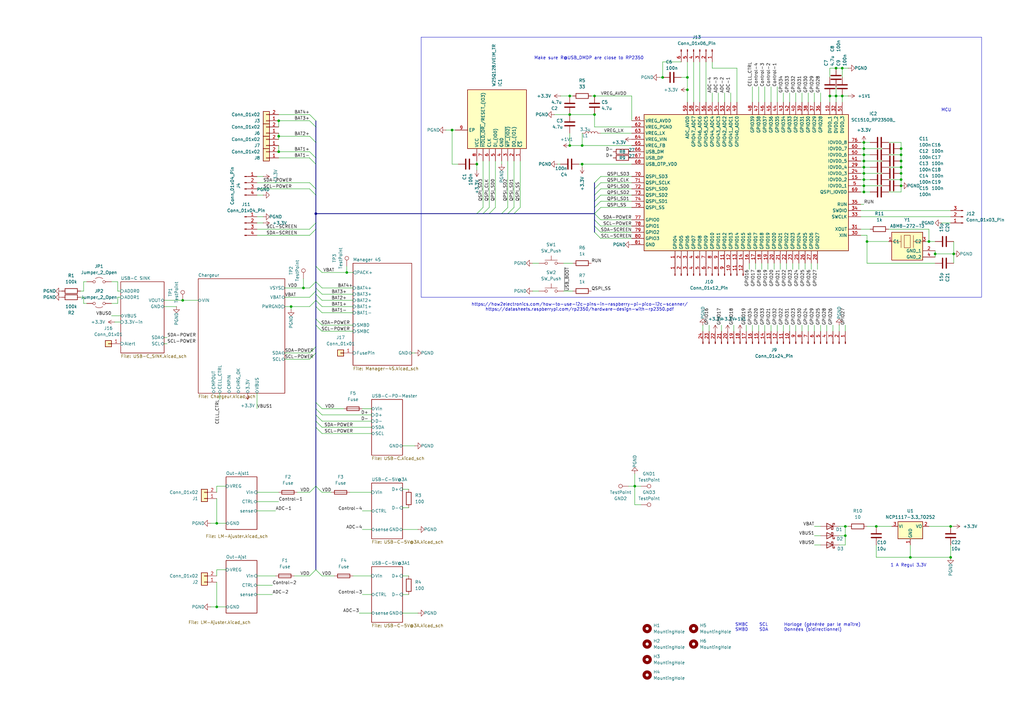
<source format=kicad_sch>
(kicad_sch (version 20250114) (generator "eeschema") (generator_version "9.0")
  (paper "A3")
  (rectangle (start 172.72 15.24) (end 402.59 121.92))
  (text "MCU" (at 388.112 45.212 0) (effects (font (size 1.27 1.27))))
  (text "1 A Regul 3.3V" (at 372.618 231.902 0) (effects (font (size 1.27 1.27))))
  (text "Make sure R@USB_DMDP are close to RP2350" (at 241.554 23.876 0) (effects (font (size 1.27 1.27))))
  (text "https://how2electronics.com/how-to-use-i2c-pins-in-raspberry-pi-pico-i2c-scanner/\nhttps://datasheets.raspberrypi.com/rp2350/hardware-design-with-rp2350.pdf" (at 237.744 125.984 0) (effects (font (size 1.27 1.27))))
  (text "SMBC 	SCL 	Horloge (générée par le maître)\nSMBD 	SDA 	Données (bidirectionnel)" (at 301.498 257.302 0) (effects (font (size 1.27 1.27)) (justify left)))
  (junction (at 260.35 199.39))
  (junction (at 354.33 71.12))
  (junction (at 383.54 104.14))
  (junction (at 354.33 66.04))
  (junction (at 340.36 39.37))
  (junction (at 124.46 118.11))
  (junction (at 114.3 55.88))
  (junction (at 233.68 46.99))
  (junction (at 342.9 27.94))
  (junction (at 359.41 215.9))
  (junction (at 114.3 49.53))
  (junction (at 346.71 219.71))
  (junction (at 354.33 68.58))
  (junction (at 369.57 66.04))
  (junction (at 142.24 111.76))
  (junction (at 88.9 248.92))
  (junction (at 342.9 39.37))
  (junction (at 389.89 228.6))
  (junction (at 354.33 78.74))
  (junction (at 354.33 63.5))
  (junction (at 243.84 39.37))
  (junction (at 391.16 104.14))
  (junction (at 369.57 68.58))
  (junction (at 369.57 73.66))
  (junction (at 271.78 31.75))
  (junction (at 373.38 228.6))
  (junction (at 74.93 123.19))
  (junction (at 185.42 53.34))
  (junction (at 355.6 99.06))
  (junction (at 369.57 63.5))
  (junction (at 369.57 76.2))
  (junction (at 354.33 73.66))
  (junction (at 195.58 67.31))
  (junction (at 233.68 59.69))
  (junction (at 238.76 59.69))
  (junction (at 119.38 125.73))
  (junction (at 354.33 60.96))
  (junction (at 88.9 214.63))
  (junction (at 381 99.06))
  (junction (at 281.94 31.75))
  (junction (at 281.94 36.83))
  (junction (at 129.54 87.63))
  (junction (at 354.33 58.42))
  (junction (at 345.44 27.94))
  (junction (at 354.33 76.2))
  (junction (at 243.84 46.99))
  (junction (at 114.3 62.23))
  (junction (at 233.68 39.37))
  (junction (at 238.76 67.31))
  (junction (at 345.44 39.37))
  (junction (at 369.57 60.96))
  (junction (at 389.89 215.9))
  (junction (at 346.71 215.9))
  (junction (at 369.57 71.12))
  (no_connect (at -36.83 -129.54))
  (bus_entry (at 127 121.92) (size 2.54 -2.54))
  (bus_entry (at 132.08 125.73) (size -2.54 -2.54))
  (bus_entry (at 132.08 123.19) (size -2.54 -2.54))
  (bus_entry (at 243.84 92.71) (size 2.54 2.54))
  (bus_entry (at 129.54 80.01) (size -2.54 -2.54))
  (bus_entry (at 132.08 120.65) (size -2.54 -2.54))
  (bus_entry (at 132.08 133.35) (size -2.54 -2.54))
  (bus_entry (at 129.54 199.39) (size -2.54 2.54))
  (bus_entry (at 243.84 90.17) (size 2.54 2.54))
  (bus_entry (at 129.54 172.72) (size 2.54 2.54))
  (bus_entry (at 127 62.23) (size 2.54 2.54))
  (bus_entry (at 127 49.53) (size 2.54 2.54))
  (bus_entry (at 127 55.88) (size 2.54 2.54))
  (bus_entry (at 246.38 82.55) (size -2.54 2.54))
  (bus_entry (at 243.84 87.63) (size 2.54 2.54))
  (bus_entry (at 132.08 201.93) (size -2.54 -2.54))
  (bus_entry (at 126.9691 64.77) (size 2.54 2.54))
  (bus_entry (at 127 96.52) (size 2.54 -2.54))
  (bus_entry (at 246.38 74.93) (size -2.54 2.54))
  (bus_entry (at 210.82 85.09) (size -2.54 2.54))
  (bus_entry (at 129.54 233.68) (size 2.54 2.54))
  (bus_entry (at 127 118.11) (size 2.54 -2.54))
  (bus_entry (at 129.54 77.47) (size -2.54 -2.54))
  (bus_entry (at 198.12 85.09) (size -2.54 2.54))
  (bus_entry (at 132.08 111.76) (size -2.54 -2.54))
  (bus_entry (at 243.84 95.25) (size 2.54 2.54))
  (bus_entry (at 127 144.78) (size 2.54 -2.54))
  (bus_entry (at 127 147.32) (size 2.54 -2.54))
  (bus_entry (at 132.08 135.89) (size -2.54 -2.54))
  (bus_entry (at 127 125.73) (size 2.54 -2.54))
  (bus_entry (at 203.2 85.09) (size -2.54 2.54))
  (bus_entry (at 127 93.98) (size 2.54 -2.54))
  (bus_entry (at 129.54 167.64) (size 2.54 2.54))
  (bus_entry (at 127 236.22) (size 2.54 -2.54))
  (bus_entry (at 132.08 118.11) (size -2.54 -2.54))
  (bus_entry (at 246.38 80.01) (size -2.54 2.54))
  (bus_entry (at 132.08 128.27) (size -2.54 -2.54))
  (bus_entry (at 208.28 85.09) (size -2.54 2.54))
  (bus_entry (at 200.66 85.09) (size -2.54 2.54))
  (bus_entry (at 246.38 77.47) (size -2.54 2.54))
  (bus_entry (at 129.54 175.26) (size 2.54 2.54))
  (bus_entry (at 127 46.99) (size 2.54 2.54))
  (bus_entry (at 246.38 85.09) (size -2.54 2.54))
  (bus_entry (at 246.38 72.39) (size -2.54 2.54))
  (bus_entry (at 213.36 85.09) (size -2.54 2.54))
  (bus_entry (at 129.54 165.1) (size 2.54 2.54))
  (bus_entry (at 129.54 170.18) (size 2.54 2.54))
  (wire (pts (xy 381 99.06) (xy 383.54 99.06)))
  (bus (pts (xy 243.84 80.01) (xy 243.84 82.55)))
  (wire (pts (xy 237.49 67.31) (xy 238.76 67.31)))
  (wire (pts (xy 132.08 120.65) (xy 144.78 120.65)))
  (wire (pts (xy 347.98 27.94) (xy 345.44 27.94)))
  (wire (pts (xy 88.9 199.39) (xy 92.71 199.39)))
  (wire (pts (xy 353.06 86.36) (xy 389.89 86.36)))
  (wire (pts (xy 114.3 49.53) (xy 127 49.53)))
  (wire (pts (xy 132.08 177.8) (xy 152.4 177.8)))
  (wire (pts (xy 167.64 200.66) (xy 165.1 200.66)))
  (wire (pts (xy 389.89 223.52) (xy 389.89 228.6)))
  (wire (pts (xy 288.29 133.35) (xy 288.29 135.89)))
  (wire (pts (xy 195.58 66.04) (xy 195.58 67.31)))
  (wire (pts (xy 260.35 199.39) (xy 260.35 207.01)))
  (wire (pts (xy 346.71 215.9) (xy 347.98 215.9)))
  (wire (pts (xy 105.41 91.44) (xy 107.95 91.44)))
  (bus (pts (xy 129.54 125.73) (xy 129.54 130.81)))
  (wire (pts (xy 88.9 204.47) (xy 88.9 214.63)))
  (wire (pts (xy 114.3 55.88) (xy 127 55.88)))
  (wire (pts (xy 369.57 73.66) (xy 369.57 76.2)))
  (bus (pts (xy 243.84 87.63) (xy 243.84 90.17)))
  (wire (pts (xy 355.6 107.95) (xy 355.6 99.06)))
  (wire (pts (xy 369.57 66.04) (xy 369.57 68.58)))
  (wire (pts (xy 369.57 73.66) (xy 364.49 73.66)))
  (bus (pts (xy 129.54 58.42) (xy 129.54 64.77)))
  (wire (pts (xy 309.88 107.95) (xy 309.88 110.49)))
  (wire (pts (xy 320.04 107.95) (xy 320.04 110.49)))
  (wire (pts (xy 369.57 58.42) (xy 369.57 60.96)))
  (wire (pts (xy 336.55 219.71) (xy 334.01 219.71)))
  (wire (pts (xy 132.08 135.89) (xy 144.78 135.89)))
  (wire (pts (xy 48.26 119.38) (xy 49.53 119.38)))
  (wire (pts (xy 347.98 39.37) (xy 345.44 39.37)))
  (wire (pts (xy 34.29 115.57) (xy 35.56 115.57)))
  (wire (pts (xy 148.59 167.64) (xy 152.4 167.64)))
  (wire (pts (xy 289.56 25.4) (xy 289.56 41.91)))
  (wire (pts (xy 88.9 214.63) (xy 92.71 214.63)))
  (wire (pts (xy 316.23 133.35) (xy 316.23 135.89)))
  (wire (pts (xy 165.1 182.88) (xy 170.18 182.88)))
  (wire (pts (xy 246.38 74.93) (xy 259.08 74.93)))
  (wire (pts (xy 369.57 78.74) (xy 369.57 76.2)))
  (wire (pts (xy 114.3 62.23) (xy 127 62.23)))
  (wire (pts (xy 327.66 110.49) (xy 327.66 107.95)))
  (wire (pts (xy 354.33 58.42) (xy 356.87 58.42)))
  (wire (pts (xy 364.49 58.42) (xy 369.57 58.42)))
  (wire (pts (xy 364.49 78.74) (xy 369.57 78.74)))
  (wire (pts (xy 238.76 68.58) (xy 238.76 67.31)))
  (wire (pts (xy 359.41 223.52) (xy 359.41 228.6)))
  (wire (pts (xy 355.6 96.52) (xy 355.6 99.06)))
  (wire (pts (xy 313.69 133.35) (xy 313.69 135.89)))
  (bus (pts (xy 210.82 87.63) (xy 243.84 87.63)))
  (bus (pts (xy 129.54 118.11) (xy 129.54 119.38)))
  (wire (pts (xy 292.1 38.1) (xy 292.1 41.91)))
  (wire (pts (xy 354.33 60.96) (xy 361.95 60.96)))
  (wire (pts (xy 359.41 228.6) (xy 373.38 228.6)))
  (wire (pts (xy 246.38 95.25) (xy 259.08 95.25)))
  (wire (pts (xy 334.01 133.35) (xy 334.01 135.89)))
  (wire (pts (xy 238.76 59.69) (xy 259.08 59.69)))
  (wire (pts (xy 336.55 38.1) (xy 336.55 41.91)))
  (wire (pts (xy 353.06 76.2) (xy 354.33 76.2)))
  (wire (pts (xy 187.96 67.31) (xy 185.42 67.31)))
  (wire (pts (xy 116.84 144.78) (xy 127 144.78)))
  (wire (pts (xy 354.33 66.04) (xy 353.06 66.04)))
  (wire (pts (xy 228.6 67.31) (xy 229.87 67.31)))
  (wire (pts (xy 46.99 132.08) (xy 49.53 132.08)))
  (wire (pts (xy 334.01 38.1) (xy 334.01 41.91)))
  (wire (pts (xy 262.89 207.01) (xy 260.35 207.01)))
  (bus (pts (xy 129.54 93.98) (xy 129.54 109.22)))
  (wire (pts (xy 132.08 201.93) (xy 135.89 201.93)))
  (bus (pts (xy 205.74 87.63) (xy 208.28 87.63)))
  (wire (pts (xy 195.58 67.31) (xy 195.58 69.85)))
  (wire (pts (xy 345.44 39.37) (xy 345.44 41.91)))
  (wire (pts (xy 234.95 119.38) (xy 231.14 119.38)))
  (wire (pts (xy 144.78 236.22) (xy 152.4 236.22)))
  (wire (pts (xy 114.3 57.15) (xy 114.3 55.88)))
  (bus (pts (xy 208.28 87.63) (xy 210.82 87.63)))
  (wire (pts (xy 68.58 138.43) (xy 67.31 138.43)))
  (wire (pts (xy 340.36 39.37) (xy 342.9 39.37)))
  (wire (pts (xy 295.91 133.35) (xy 295.91 135.89)))
  (wire (pts (xy 167.64 243.84) (xy 165.1 243.84)))
  (bus (pts (xy 129.54 52.07) (xy 129.54 58.42)))
  (wire (pts (xy 287.02 25.4) (xy 287.02 41.91)))
  (wire (pts (xy 243.84 39.37) (xy 259.08 39.37)))
  (wire (pts (xy 246.38 80.01) (xy 259.08 80.01)))
  (wire (pts (xy 354.33 71.12) (xy 353.06 71.12)))
  (wire (pts (xy 353.06 60.96) (xy 354.33 60.96)))
  (wire (pts (xy 34.29 119.38) (xy 33.02 119.38)))
  (wire (pts (xy 246.38 85.09) (xy 259.08 85.09)))
  (wire (pts (xy 88.9 248.92) (xy 92.71 248.92)))
  (wire (pts (xy 132.08 167.64) (xy 140.97 167.64)))
  (wire (pts (xy 344.17 133.35) (xy 344.17 135.89)))
  (wire (pts (xy 127 64.77) (xy 126.9691 64.77)))
  (wire (pts (xy 200.66 66.04) (xy 200.66 85.09)))
  (wire (pts (xy 143.51 201.93) (xy 152.4 201.93)))
  (wire (pts (xy 90.17 163.83) (xy 90.17 161.29)))
  (wire (pts (xy 336.55 215.9) (xy 334.01 215.9)))
  (wire (pts (xy 116.84 147.32) (xy 127 147.32)))
  (wire (pts (xy 316.23 35.56) (xy 316.23 41.91)))
  (wire (pts (xy 386.08 91.44) (xy 389.89 91.44)))
  (wire (pts (xy 88.9 233.68) (xy 88.9 236.22)))
  (wire (pts (xy 346.71 133.35) (xy 346.71 135.89)))
  (wire (pts (xy 354.33 63.5) (xy 354.33 66.04)))
  (bus (pts (xy 198.12 87.63) (xy 200.66 87.63)))
  (wire (pts (xy 34.29 115.57) (xy 34.29 119.38)))
  (wire (pts (xy 208.28 66.04) (xy 208.28 85.09)))
  (wire (pts (xy 354.33 66.04) (xy 354.33 68.58)))
  (wire (pts (xy 229.87 39.37) (xy 233.68 39.37)))
  (wire (pts (xy 127 74.93) (xy 105.41 74.93)))
  (bus (pts (xy 200.66 87.63) (xy 205.74 87.63)))
  (bus (pts (xy 129.54 172.72) (xy 129.54 175.26)))
  (wire (pts (xy 342.9 41.91) (xy 342.9 39.37)))
  (wire (pts (xy 292.1 27.94) (xy 302.26 27.94)))
  (wire (pts (xy 311.15 133.35) (xy 311.15 135.89)))
  (wire (pts (xy 353.06 58.42) (xy 354.33 58.42)))
  (wire (pts (xy 292.1 25.4) (xy 292.1 27.94)))
  (wire (pts (xy 331.47 133.35) (xy 331.47 135.89)))
  (wire (pts (xy 114.3 46.99) (xy 127 46.99)))
  (wire (pts (xy 326.39 38.1) (xy 326.39 41.91)))
  (wire (pts (xy 132.08 175.26) (xy 152.4 175.26)))
  (wire (pts (xy 328.93 38.1) (xy 328.93 41.91)))
  (wire (pts (xy 227.33 46.99) (xy 233.68 46.99)))
  (wire (pts (xy 233.68 59.69) (xy 238.76 59.69)))
  (wire (pts (xy 246.38 54.61) (xy 259.08 54.61)))
  (wire (pts (xy 105.41 161.29) (xy 105.41 167.64)))
  (wire (pts (xy 218.44 119.38) (xy 220.98 119.38)))
  (wire (pts (xy 132.08 170.18) (xy 152.4 170.18)))
  (wire (pts (xy 355.6 96.52) (xy 353.06 96.52)))
  (wire (pts (xy 325.12 107.95) (xy 325.12 110.49)))
  (wire (pts (xy 354.33 73.66) (xy 354.33 76.2)))
  (wire (pts (xy 246.38 92.71) (xy 259.08 92.71)))
  (wire (pts (xy 307.34 107.95) (xy 307.34 110.49)))
  (wire (pts (xy 346.71 219.71) (xy 344.17 219.71)))
  (wire (pts (xy 121.92 201.93) (xy 127 201.93)))
  (wire (pts (xy 45.72 124.46) (xy 48.26 124.46)))
  (wire (pts (xy 34.29 124.46) (xy 35.56 124.46)))
  (wire (pts (xy 312.42 107.95) (xy 312.42 110.49)))
  (wire (pts (xy 213.36 66.04) (xy 213.36 85.09)))
  (wire (pts (xy 262.89 199.39) (xy 260.35 199.39)))
  (wire (pts (xy 318.77 133.35) (xy 318.77 135.89)))
  (wire (pts (xy 260.35 199.39) (xy 260.35 194.31)))
  (wire (pts (xy 369.57 63.5) (xy 369.57 66.04)))
  (wire (pts (xy 290.83 133.35) (xy 290.83 135.89)))
  (bus (pts (xy 243.84 92.71) (xy 243.84 95.25)))
  (wire (pts (xy 68.58 140.97) (xy 67.31 140.97)))
  (wire (pts (xy 364.49 63.5) (xy 369.57 63.5)))
  (wire (pts (xy 391.16 99.06) (xy 391.16 104.14)))
  (wire (pts (xy 148.59 243.84) (xy 152.4 243.84)))
  (wire (pts (xy 321.31 133.35) (xy 321.31 135.89)))
  (wire (pts (xy 326.39 133.35) (xy 326.39 135.89)))
  (wire (pts (xy 346.71 219.71) (xy 346.71 215.9)))
  (wire (pts (xy 242.57 39.37) (xy 243.84 39.37)))
  (wire (pts (xy 308.61 35.56) (xy 308.61 41.91)))
  (bus (pts (xy 195.58 87.63) (xy 198.12 87.63)))
  (wire (pts (xy 233.68 39.37) (xy 234.95 39.37)))
  (wire (pts (xy 147.32 251.46) (xy 152.4 251.46)))
  (wire (pts (xy 142.24 109.22) (xy 142.24 111.76)))
  (wire (pts (xy 354.33 76.2) (xy 354.33 78.74)))
  (wire (pts (xy 340.36 31.75) (xy 340.36 27.94)))
  (wire (pts (xy 281.94 31.75) (xy 281.94 36.83)))
  (wire (pts (xy 355.6 99.06) (xy 364.49 99.06)))
  (wire (pts (xy 88.9 238.76) (xy 88.9 248.92)))
  (wire (pts (xy 34.29 124.46) (xy 34.29 121.92)))
  (wire (pts (xy 270.51 31.75) (xy 271.78 31.75)))
  (wire (pts (xy 361.95 66.04) (xy 354.33 66.04)))
  (wire (pts (xy 243.84 46.99) (xy 243.84 52.07)))
  (wire (pts (xy 210.82 66.04) (xy 210.82 85.09)))
  (wire (pts (xy 373.38 223.52) (xy 373.38 228.6)))
  (wire (pts (xy 233.68 59.69) (xy 233.68 54.61)))
  (wire (pts (xy 105.41 243.84) (xy 111.76 243.84)))
  (wire (pts (xy 246.38 97.79) (xy 259.08 97.79)))
  (bus (pts (xy 243.84 77.47) (xy 243.84 80.01)))
  (wire (pts (xy 356.87 73.66) (xy 354.33 73.66)))
  (wire (pts (xy 105.41 93.98) (xy 127 93.98)))
  (wire (pts (xy 246.38 90.17) (xy 259.08 90.17)))
  (wire (pts (xy 124.46 114.3) (xy 124.46 118.11)))
  (bus (pts (xy 129.54 119.38) (xy 129.54 120.65)))
  (wire (pts (xy 369.57 71.12) (xy 369.57 73.66)))
  (wire (pts (xy 354.33 60.96) (xy 354.33 63.5)))
  (wire (pts (xy 344.17 215.9) (xy 346.71 215.9)))
  (wire (pts (xy 294.64 38.1) (xy 294.64 41.91)))
  (bus (pts (xy 243.84 74.93) (xy 243.84 77.47)))
  (wire (pts (xy 231.14 107.95) (xy 234.95 107.95)))
  (bus (pts (xy 129.54 49.53) (xy 129.54 52.07)))
  (wire (pts (xy 127 77.47) (xy 105.41 77.47)))
  (wire (pts (xy 383.54 104.14) (xy 383.54 105.41)))
  (wire (pts (xy 353.06 88.9) (xy 389.89 88.9)))
  (bus (pts (xy 243.84 85.09) (xy 243.84 87.63)))
  (wire (pts (xy 198.12 66.04) (xy 198.12 85.09)))
  (wire (pts (xy 381 215.9) (xy 389.89 215.9)))
  (wire (pts (xy 238.76 67.31) (xy 259.08 67.31)))
  (bus (pts (xy 129.54 64.77) (xy 129.54 77.47)))
  (wire (pts (xy 105.41 96.52) (xy 127 96.52)))
  (wire (pts (xy 148.59 209.55) (xy 152.4 209.55)))
  (bus (pts (xy 129.54 123.19) (xy 129.54 125.73)))
  (wire (pts (xy 74.93 123.19) (xy 81.28 123.19)))
  (wire (pts (xy 120.65 236.22) (xy 127 236.22)))
  (wire (pts (xy 335.28 110.49) (xy 335.28 107.95)))
  (wire (pts (xy 284.48 25.4) (xy 284.48 41.91)))
  (wire (pts (xy 346.71 223.52) (xy 346.71 219.71)))
  (wire (pts (xy 336.55 133.35) (xy 336.55 135.89)))
  (wire (pts (xy 165.1 251.46) (xy 171.45 251.46)))
  (wire (pts (xy 105.41 80.01) (xy 107.95 80.01)))
  (wire (pts (xy 383.54 107.95) (xy 355.6 107.95)))
  (wire (pts (xy 302.26 27.94) (xy 302.26 41.91)))
  (wire (pts (xy 88.9 199.39) (xy 88.9 201.93)))
  (wire (pts (xy 34.29 121.92) (xy 33.02 121.92)))
  (wire (pts (xy 105.41 205.74) (xy 114.3 205.74)))
  (wire (pts (xy 114.3 64.77) (xy 126.9691 64.77)))
  (wire (pts (xy 132.08 236.22) (xy 137.16 236.22)))
  (wire (pts (xy 344.17 223.52) (xy 346.71 223.52)))
  (bus (pts (xy 129.54 91.44) (xy 129.54 93.98)))
  (wire (pts (xy 105.41 201.93) (xy 114.3 201.93)))
  (wire (pts (xy 345.44 27.94) (xy 342.9 27.94)))
  (wire (pts (xy 132.08 118.11) (xy 144.78 118.11)))
  (wire (pts (xy 132.08 128.27) (xy 144.78 128.27)))
  (wire (pts (xy 271.78 25.4) (xy 271.78 31.75)))
  (wire (pts (xy 132.08 123.19) (xy 144.78 123.19)))
  (wire (pts (xy 132.08 111.76) (xy 142.24 111.76)))
  (wire (pts (xy 330.2 110.49) (xy 330.2 107.95)))
  (wire (pts (xy 116.84 125.73) (xy 119.38 125.73)))
  (wire (pts (xy 88.9 233.68) (xy 92.71 233.68)))
  (wire (pts (xy 354.33 63.5) (xy 353.06 63.5)))
  (wire (pts (xy 233.68 46.99) (xy 243.84 46.99)))
  (wire (pts (xy 354.33 71.12) (xy 354.33 73.66)))
  (wire (pts (xy 67.31 125.73) (xy 72.39 125.73)))
  (wire (pts (xy 356.87 68.58) (xy 354.33 68.58)))
  (wire (pts (xy 142.24 111.76) (xy 144.78 111.76)))
  (bus (pts (xy 129.54 87.63) (xy 129.54 91.44)))
  (wire (pts (xy 279.4 31.75) (xy 281.94 31.75)))
  (wire (pts (xy 48.26 124.46) (xy 48.26 121.92)))
  (bus (pts (xy 129.54 120.65) (xy 129.54 123.19)))
  (bus (pts (xy 129.54 175.26) (xy 129.54 199.39)))
  (wire (pts (xy 383.54 102.87) (xy 383.54 104.14)))
  (wire (pts (xy 246.38 72.39) (xy 259.08 72.39)))
  (wire (pts (xy 203.2 66.04) (xy 203.2 85.09)))
  (wire (pts (xy 299.72 38.1) (xy 299.72 41.91)))
  (wire (pts (xy 114.3 55.88) (xy 114.3 54.61)))
  (wire (pts (xy 246.38 77.47) (xy 259.08 77.47)))
  (wire (pts (xy 107.95 72.39) (xy 105.41 72.39)))
  (wire (pts (xy 328.93 133.35) (xy 328.93 135.89)))
  (bus (pts (xy 129.54 130.81) (xy 129.54 133.35)))
  (wire (pts (xy 383.54 104.14) (xy 391.16 104.14)))
  (bus (pts (xy 129.54 115.57) (xy 129.54 109.22)))
  (wire (pts (xy 353.06 78.74) (xy 354.33 78.74)))
  (wire (pts (xy 356.87 63.5) (xy 354.33 63.5)))
  (wire (pts (xy 391.16 104.14) (xy 391.16 107.95)))
  (wire (pts (xy 132.08 125.73) (xy 144.78 125.73)))
  (wire (pts (xy 322.58 107.95) (xy 322.58 110.49)))
  (wire (pts (xy 119.38 127) (xy 119.38 125.73)))
  (bus (pts (xy 129.54 199.39) (xy 129.54 233.68)))
  (wire (pts (xy 354.33 83.82) (xy 353.06 83.82)))
  (wire (pts (xy 340.36 41.91) (xy 340.36 39.37)))
  (wire (pts (xy 340.36 27.94) (xy 342.9 27.94)))
  (wire (pts (xy 132.08 172.72) (xy 152.4 172.72)))
  (bus (pts (xy 243.84 82.55) (xy 243.84 85.09)))
  (wire (pts (xy 341.63 133.35) (xy 341.63 135.89)))
  (wire (pts (xy 364.49 93.98) (xy 381 93.98)))
  (wire (pts (xy 354.33 73.66) (xy 353.06 73.66)))
  (wire (pts (xy 354.33 78.74) (xy 356.87 78.74)))
  (wire (pts (xy 243.84 52.07) (xy 259.08 52.07)))
  (wire (pts (xy 323.85 38.1) (xy 323.85 41.91)))
  (wire (pts (xy 257.81 199.39) (xy 260.35 199.39)))
  (wire (pts (xy 297.18 38.1) (xy 297.18 41.91)))
  (wire (pts (xy 281.94 31.75) (xy 281.94 25.4)))
  (wire (pts (xy 167.64 208.28) (xy 165.1 208.28)))
  (bus (pts (xy 129.54 144.78) (xy 129.54 165.1)))
  (wire (pts (xy 306.07 133.35) (xy 306.07 135.89)))
  (wire (pts (xy 45.72 129.54) (xy 49.53 129.54)))
  (wire (pts (xy 359.41 215.9) (xy 365.76 215.9)))
  (wire (pts (xy 354.33 68.58) (xy 353.06 68.58)))
  (bus (pts (xy 129.54 142.24) (xy 129.54 144.78)))
  (wire (pts (xy 86.36 248.92) (xy 88.9 248.92)))
  (wire (pts (xy 353.06 93.98) (xy 356.87 93.98)))
  (wire (pts (xy 170.18 144.78) (xy 168.91 144.78)))
  (wire (pts (xy 67.31 123.19) (xy 74.93 123.19)))
  (wire (pts (xy 124.46 118.11) (xy 127 118.11)))
  (wire (pts (xy 185.42 67.31) (xy 185.42 53.34)))
  (wire (pts (xy 105.41 236.22) (xy 113.03 236.22)))
  (wire (pts (xy 331.47 38.1) (xy 331.47 41.91)))
  (wire (pts (xy 116.84 118.11) (xy 124.46 118.11)))
  (wire (pts (xy 354.33 58.42) (xy 354.33 60.96)))
  (wire (pts (xy 114.3 49.53) (xy 114.3 52.07)))
  (bus (pts (xy 129.54 133.35) (xy 129.54 142.24)))
  (wire (pts (xy 354.33 76.2) (xy 361.95 76.2)))
  (bus (pts (xy 129.54 87.63) (xy 195.58 87.63)))
  (wire (pts (xy 279.4 25.4) (xy 271.78 25.4)))
  (bus (pts (xy 129.54 80.01) (xy 129.54 87.63)))
  (wire (pts (xy 342.9 39.37) (xy 345.44 39.37)))
  (wire (pts (xy 369.57 63.5) (xy 369.57 60.96)))
  (wire (pts (xy 355.6 215.9) (xy 359.41 215.9)))
  (wire (pts (xy 148.59 217.17) (xy 152.4 217.17)))
  (wire (pts (xy 308.61 133.35) (xy 308.61 135.89)))
  (wire (pts (xy 48.26 121.92) (xy 49.53 121.92)))
  (wire (pts (xy 167.64 236.22) (xy 165.1 236.22)))
  (wire (pts (xy 339.09 133.35) (xy 339.09 135.89)))
  (wire (pts (xy 238.76 59.69) (xy 238.76 54.61)))
  (bus (pts (xy 129.54 115.57) (xy 129.54 118.11)))
  (wire (pts (xy 205.74 66.04) (xy 205.74 67.31)))
  (wire (pts (xy 313.69 35.56) (xy 313.69 41.91)))
  (wire (pts (xy 369.57 68.58) (xy 369.57 71.12)))
  (bus (pts (xy 243.84 90.17) (xy 243.84 92.71)))
  (wire (pts (xy 364.49 68.58) (xy 369.57 68.58)))
  (wire (pts (xy 389.89 215.9) (xy 391.16 215.9)))
  (wire (pts (xy 116.84 121.92) (xy 127 121.92)))
  (wire (pts (xy 114.3 59.69) (xy 114.3 62.23)))
  (wire (pts (xy 361.95 71.12) (xy 354.33 71.12)))
  (wire (pts (xy 345.44 31.75) (xy 345.44 27.94)))
  (wire (pts (xy 186.69 53.34) (xy 185.42 53.34)))
  (wire (pts (xy 332.74 110.49) (xy 332.74 107.95)))
  (wire (pts (xy 45.72 115.57) (xy 48.26 115.57)))
  (wire (pts (xy 354.33 68.58) (xy 354.33 71.12)))
  (wire (pts (xy 334.01 223.52) (xy 336.55 223.52)))
  (wire (pts (xy 246.38 82.55) (xy 259.08 82.55)))
  (wire (pts (xy 119.38 125.73) (xy 127 125.73)))
  (wire (pts (xy 314.96 107.95) (xy 314.96 110.49)))
  (wire (pts (xy 259.08 39.37) (xy 259.08 49.53)))
  (wire (pts (xy 185.42 53.34) (xy 182.88 53.34)))
  (wire (pts (xy 379.73 99.06) (xy 381 99.06)))
  (wire (pts (xy 318.77 35.56) (xy 318.77 41.91)))
  (wire (pts (xy 105.41 209.55) (xy 113.03 209.55)))
  (wire (pts (xy 111.76 240.03) (xy 105.41 240.03)))
  (wire (pts (xy 107.95 88.9) (xy 105.41 88.9)))
  (wire (pts (xy 300.99 133.35) (xy 300.99 135.89)))
  (wire (pts (xy 311.15 35.56) (xy 311.15 41.91)))
  (wire (pts (xy 323.85 133.35) (xy 323.85 135.89)))
  (wire (pts (xy 48.26 115.57) (xy 48.26 119.38)))
  (wire (pts (xy 281.94 41.91) (xy 281.94 36.83)))
  (wire (pts (xy 381 93.98) (xy 381 99.06)))
  (bus (pts (xy 129.54 77.47) (xy 129.54 80.01)))
  (wire (pts (xy 218.44 107.95) (xy 220.98 107.95)))
  (wire (pts (xy 342.9 35.56) (xy 342.9 39.37)))
  (bus (pts (xy 129.54 167.64) (xy 129.54 170.18)))
  (bus (pts (xy 129.54 170.18) (xy 129.54 172.72)))
  (wire (pts (xy 317.5 107.95) (xy 317.5 110.49)))
  (wire (pts (xy 86.36 214.63) (xy 88.9 214.63)))
  (wire (pts (xy 321.31 38.1) (xy 321.31 41.91)))
  (wire (pts (xy 132.08 133.35) (xy 144.78 133.35)))
  (wire (pts (xy 373.38 228.6) (xy 389.89 228.6)))
  (wire (pts (xy 165.1 217.17) (xy 171.45 217.17)))
  (bus (pts (xy 129.54 165.1) (xy 129.54 167.64)))
  (label "GPIO16" (at 290.83 133.35 90))
  (label "VDD" (at 135.89 201.93 180))
  (label "QSPI_CLK" (at 248.92 74.93 0))
  (label "VBUS1" (at 105.41 167.64 0))
  (label "VDD" (at 118.11 118.11 0))
  (label "BAT1+" (at 142.24 125.73 180))
  (label "VBUS1" (at 334.01 219.71 180))
  (label "SDA-POWER" (at 143.51 133.35 180))
  (label "BAT1-" (at 127 64.77 180))
  (label "GPIO20" (at 311.15 133.35 90))
  (label "GPIO34" (at 308.61 133.35 90))
  (label "Control-2" (at 316.23 35.56 90))
  (label "QPSI_SD0" (at 203.2 82.55 90))
  (label "SDA-POWER" (at 144.78 175.26 180))
  (label "VBUS0" (at 45.72 129.54 180))
  (label "Control-1" (at 318.77 35.56 90))
  (label "BAT3+" (at 127 49.53 180))
  (label "VREG_LX" (at 247.65 54.61 0))
  (label "GPIO28" (at 339.09 133.35 90))
  (label "ADC-1" (at 113.03 209.55 0))
  (label "VBAT" (at 137.16 111.76 180))
  (label "BAT4+" (at 144.78 118.11 180))
  (label "QSPI_SS" (at 248.92 85.09 0))
  (label "QPSI_SD1" (at 210.82 82.55 90))
  (label "GPIO26" (at 341.63 133.35 90))
  (label "QSPI_SS" (at 242.57 119.38 0))
  (label "VBAT" (at 334.01 215.9 180))
  (label "ADC-2" (at 297.18 38.1 90))
  (label "BAT1+" (at 127 62.23 180))
  (label "QSPI_SD3" (at 248.92 72.39 0))
  (label "SCL-SCREEN" (at 259.08 97.79 180))
  (label "QSPI_CLK" (at 200.66 82.55 90))
  (label "SDA-POWER" (at 259.08 90.17 180))
  (label "VDD" (at 133.35 167.64 0))
  (label "BAT2+" (at 127 55.88 180))
  (label "QPSI_SD2" (at 208.28 82.55 90))
  (label "~{USB_BOOT}" (at 233.68 119.38 90))
  (label "GPIO31" (at 323.85 133.35 90))
  (label "QSPI_SS" (at 213.36 82.55 90))
  (label "SCL-POWER" (at 68.58 140.97 0))
  (label "CELL_CTRL" (at 90.17 163.83 270))
  (label "SCL-POWER" (at 116.84 147.32 0))
  (label "GPIO32" (at 318.77 133.35 90))
  (label "Control-2" (at 111.76 240.03 0))
  (label "ADC-2" (at 111.76 243.84 0))
  (label "SDA-SCREEN" (at 109.22 96.52 0))
  (label "BAT4+" (at 127 46.99 180))
  (label "SCL-POWER" (at 144.78 177.8 180))
  (label "D-" (at 151.13 172.72 180))
  (label "GPIO29" (at 334.01 133.35 90))
  (label "SDA-POWER" (at 107.95 74.93 0))
  (label "GPIO25" (at 330.2 110.49 270))
  (label "GPIO26" (at 332.74 110.49 270))
  (label "GPIO22" (at 322.58 110.49 270))
  (label "GPIO23" (at 325.12 110.49 270))
  (label "GPIO24" (at 327.66 110.49 270))
  (label "GPIO27" (at 335.28 110.49 270))
  (label "GPIO21" (at 320.04 110.49 270))
  (label "GPIO20" (at 317.5 110.49 270))
  (label "GPIO19" (at 306.07 133.35 90))
  (label "GPIO33" (at 313.69 133.35 90))
  (label "CELL_CTRL" (at 308.61 35.56 90))
  (label "GPIO22" (at 321.31 133.35 90))
  (label "SCL-SCREEN" (at 109.22 93.98 0))
  (label "QPSI_SD1" (at 248.92 82.55 0))
  (label "GPIO18" (at 300.99 133.35 90))
  (label "Control-4" (at 311.15 35.56 90))
  (label "D-" (at 251.46 62.23 180))
  (label "GPIO16" (at 307.34 110.49 270))
  (label "GPIO17" (at 309.88 110.49 270))
  (label "GPIO19" (at 314.96 110.49 270))
  (label "GPIO18" (at 312.42 110.49 270))
  (label "D+" (at 151.13 170.18 180))
  (label "GPIO21" (at 316.23 133.35 90))
  (label "Control-3" (at 148.59 243.84 180))
  (label "SDA-SCREEN" (at 259.08 95.25 180))
  (label "BAT2+" (at 142.2174 123.19 180))
  (label "ADC-3" (at 147.32 251.46 180))
  (label "VBUS0" (at 334.01 223.52 180))
  (label "GPIO23" (at 326.39 133.35 90))
  (label "VDD" (at 127 236.22 180))
  (label "RUN" (at 242.57 107.95 0))
  (label "QSPI_SD3" (at 198.12 82.55 90))
  (label "BAT1-" (at 142.24 128.27 180))
  (label "GPIO24" (at 331.47 133.35 90))
  (label "Control-4" (at 148.59 209.55 180))
  (label "ADC-4" (at 148.59 217.17 180))
  (label "GPIO29" (at 334.01 38.1 90))
  (label "GPIO30" (at 331.47 38.1 90))
  (label "GPIO31" (at 328.93 38.1 90))
  (label "GPIO32" (at 326.39 38.1 90))
  (label "GPIO34" (at 321.31 38.1 90))
  (label "GPIO33" (at 323.85 38.1 90))
  (label "GPIO28" (at 336.55 38.1 90))
  (label "QPSI_SD0" (at 248.92 77.47 0))
  (label "VREG_AVDD" (at 246.38 39.37 0))
  (label "SDA-POWER" (at 116.84 144.78 0))
  (label "Control-1" (at 114.3 205.74 0))
  (label "ADC-4" (at 292.1 38.1 90))
  (label "QPSI_SD2" (at 248.92 80.01 0))
  (label "D+" (at 251.46 64.77 180))
  (label "ADC-3" (at 294.64 38.1 90))
  (label "SDA-POWER" (at 68.58 138.43 0))
  (label "SCL-POWER" (at 143.51 135.89 180))
  (label "VDD" (at 132.08 236.22 0))
  (label "BAT3+" (at 142.24 120.65 180))
  (label "VBAT" (at 116.84 121.92 0))
  (label "SCL-POWER" (at 107.95 77.47 0))
  (label "RUN" (at 354.33 83.82 0))
  (label "GPIO17" (at 295.91 133.35 90))
  (label "ADC-1" (at 299.72 38.1 90))
  (label "GPIO27" (at 346.71 133.35 90))
  (label "SCL-POWER" (at 259.08 92.71 180))
  (label "GPIO30" (at 328.93 133.35 90))
  (label "Control-3" (at 313.69 35.56 90))
  (label "GPIO25" (at 336.55 133.35 90))
  (label "VDD" (at 127 201.93 180))
  (symbol (lib_id "power:GND") (at 171.45 217.17 90) (mirror x) (unit 1)
    (property "Reference" "#PWR015" (effects (hide yes)))
    (property "Value" "PGND" (at 176.53 217.17 90))
    (property "Description" "Power symbol creates a global label with name \"GND\" , ground" (effects (hide yes)))
  )
  (symbol (lib_id "Device:R") (at 351.79 215.9 270) (unit 1)
    (property "Reference" "R10" (at 351.79 209.55 90))
    (property "Value" "10" (at 351.79 212.09 90))
    (property "Footprint" "Resistor_SMD:R_1206_3216Metric_Pad1.30x1.75mm_HandSolder" (effects (hide yes)))
    (property "Description" "Resistor" (effects (hide yes)))
    (property "Mouser Part Number" "1206W4F100JT5E" (effects (hide yes)))
    (property "Number-JLCPCB" "C17903" (effects (hide yes)))
  )
  (symbol (lib_id "power:+3.3V") (at 281.94 36.83 90) (unit 1)
    (property "Reference" "#PWR030" (effects (hide yes)))
    (property "Value" "+3.3V" (at 278.13 36.8299 90) (effects (justify left)))
    (property "Description" "Power symbol creates a global label with name \"+3.3V\"" (effects (hide yes)))
  )
  (symbol (lib_id "Connector_Generic:Conn_01x02") (at 109.22 59.69 180) (unit 1)
    (property "Reference" "J7" (at 106.68 59.6901 0) (effects (justify left)))
    (property "Value" "Conn_01x02" (at 106.68 57.1501 0) (effects (justify left)))
    (property "Footprint" "JST_XH_B2B-XH-A_1x02_P2.50mm_Vertical" (effects (hide yes)))
    (property "Description" "Generic connector, single row, 01x02, script generated (kicad-library-utils/schlib/autogen/connector/)" (effects (hide yes)))
    (property "Mouser Part Number" " B2B-XH-A(LF)(SN)" (effects (hide yes)))
    (property "Number-JLCPCB" "C158012" (effects (hide yes)))
  )
  (symbol (lib_id "Jumper:Jumper_2_Open") (at 40.64 124.46 180) (unit 1)
    (property "Reference" "JP2" (at 40.64 119.38 0))
    (property "Value" "Jumper_2_Open" (at 40.64 121.92 0))
    (property "Footprint" "Connector_PinHeader_2.54mm:PinHeader_1x02_P2.54mm_Vertical" (effects (hide yes)))
    (property "Description" "Jumper, 2-pole, open" (effects (hide yes)))
    (property "Mouser Part Number" "HX PZ2.54-1x2P ZZ" (effects (hide yes)))
    (property "Number-JLCPCB" "C32713268" (effects (hide yes)))
  )
  (symbol (lib_id "Device:C") (at 345.44 35.56 0) (mirror x) (unit 1)
    (property "Reference" "C9" (at 343.916 27.178 90) (effects (justify right)))
    (property "Value" "100n" (at 346.456 27.178 90) (effects (justify right)))
    (property "Footprint" "Capacitor_SMD:C_0603_1608Metric_Pad1.08x0.95mm_HandSolder" (effects (hide yes)))
    (property "Description" "Unpolarized capacitor" (effects (hide yes)))
    (property "Mouser Part Number" "GRM188R71E104KA01D" (effects (hide yes)))
    (property "Number-JLCPCB" "C77050" (effects (hide yes)))
  )
  (symbol (lib_id "Device:C") (at 233.68 67.31 270) (mirror x) (unit 1)
    (property "Reference" "C4" (at 232.664 71.628 90) (effects (justify right)))
    (property "Value" "100n" (at 232.664 69.088 90) (effects (justify right)))
    (property "Footprint" "Capacitor_SMD:C_0603_1608Metric_Pad1.08x0.95mm_HandSolder" (effects (hide yes)))
    (property "Description" "Unpolarized capacitor" (effects (hide yes)))
    (property "Mouser Part Number" "GRM188R71E104KA01D" (effects (hide yes)))
    (property "Number-JLCPCB" "C77050" (effects (hide yes)))
  )
  (symbol (lib_id "Device:C") (at 360.68 78.74 90) (mirror x) (unit 1)
    (property "Reference" "C15" (at 376.936 77.216 90) (effects (justify right)))
    (property "Value" "100n" (at 376.936 79.756 90) (effects (justify right)))
    (property "Footprint" "Capacitor_SMD:C_0603_1608Metric_Pad1.08x0.95mm_HandSolder" (effects (hide yes)))
    (property "Description" "Unpolarized capacitor" (effects (hide yes)))
    (property "Mouser Part Number" "GRM188R71E104KA01D" (effects (hide yes)))
    (property "Number-JLCPCB" "C77050" (effects (hide yes)))
  )
  (symbol (lib_id "Device:R") (at 238.76 119.38 90) (unit 1)
    (property "Reference" "R7" (at 238.76 113.03 90))
    (property "Value" "1k" (at 238.76 115.57 90))
    (property "Footprint" "Resistor_SMD:R_0402_1005Metric" (effects (hide yes)))
    (property "Description" "Resistor" (effects (hide yes)))
    (property "Mouser Part Number" "HP02WAF270JTCE" (effects (hide yes)))
    (property "Number-JLCPCB" "C2773862" (effects (hide yes)))
  )
  (symbol (lib_id "Device:C") (at 365.76 60.96 90) (mirror x) (unit 1)
    (property "Reference" "C16" (at 382.016 59.436 90) (effects (justify right)))
    (property "Value" "100n" (at 382.016 61.976 90) (effects (justify right)))
    (property "Footprint" "Capacitor_SMD:C_0603_1608Metric_Pad1.08x0.95mm_HandSolder" (effects (hide yes)))
    (property "Description" "Unpolarized capacitor" (effects (hide yes)))
    (property "Mouser Part Number" "GRM188R71E104KA01D" (effects (hide yes)))
    (property "Number-JLCPCB" "C77050" (effects (hide yes)))
  )
  (symbol (lib_id "Connector:TestPoint") (at 74.93 123.19 0) (mirror y) (unit 1) (in_bom no)
    (property "Reference" "TP1" (at 69.85 119.888 90))
    (property "Value" "TestPoint" (at 72.39 119.888 90))
    (property "Footprint" "TestPoint:TestPoint_THTPad_2.0x2.0mm_Drill1.0mm" (effects (hide yes)))
    (property "Description" "test point" (effects (hide yes)))
  )
  (symbol (lib_id "Device:D_Schottky") (at 340.36 215.9 0) (mirror y) (unit 1)
    (property "Reference" "D1" (at 344.17 217.17 0))
    (property "Value" "D_Schottky_30V_200mA" (effects (hide yes)))
    (property "Footprint" "Diode_SMD:D_SOD-123" (effects (hide yes)))
    (property "Description" "Schottky diode" (effects (hide yes)))
    (property "Mouser Part Number" "78-BAT42W-E3-08 " (effects (hide yes)))
    (property "Number-JLCPCB" "C144923" (effects (hide yes)))
  )
  (symbol (lib_id "Device:L") (at 242.57 54.61 270) (mirror x) (unit 1)
    (property "Reference" "L1" (at 240.03 55.626 90))
    (property "Value" "3.3u" (at 240.03 53.086 90))
    (property "Footprint" "Custom-Vincent:L_0806_2016_metric" (effects (hide yes)))
    (property "Description" "AOTA-B201610S3R3-101-T" (effects (hide yes)))
    (property "Number-JLCPCB" "C42411119" (effects (hide yes)))
  )
  (symbol (lib_id "Device:C") (at 360.68 68.58 90) (mirror x) (unit 1)
    (property "Reference" "C13" (at 376.936 67.056 90) (effects (justify right)))
    (property "Value" "100n" (at 376.936 69.596 90) (effects (justify right)))
    (property "Footprint" "Capacitor_SMD:C_0603_1608Metric_Pad1.08x0.95mm_HandSolder" (effects (hide yes)))
    (property "Description" "Unpolarized capacitor" (effects (hide yes)))
    (property "Mouser Part Number" "GRM188R71E104KA01D" (effects (hide yes)))
    (property "Number-JLCPCB" "C77050" (effects (hide yes)))
  )
  (symbol (lib_id "Device:Fuse") (at 118.11 201.93 90) (unit 1)
    (property "Reference" "F2" (at 118.11 195.58 90))
    (property "Value" "Fuse" (at 118.11 198.12 90))
    (property "Footprint" "Custom-Vincent:F_2920L07560MR" (effects (hide yes)))
    (property "Datasheet" "https://www.mouser.fr/ProductDetail/Littelfuse/2920L400-15MR?qs=%2FPOkb%252BiDxRVcBFTgv8H%2FIw%3D%3D" (effects (hide yes)))
    (property "Description" "Fuse" (effects (hide yes)))
    (property "Mouser Part Number" "2920L400/15MR " (effects (hide yes)))
    (property "Number-JLCPCB" "C720182" (effects (hide yes)))
  )
  (symbol (lib_id "Jumper:Jumper_2_Open") (at 40.64 115.57 0) (unit 1)
    (property "Reference" "JP1" (at 40.64 109.22 0))
    (property "Value" "Jumper_2_Open" (at 40.64 111.76 0))
    (property "Footprint" "Connector_PinHeader_2.54mm:PinHeader_1x02_P2.54mm_Vertical" (effects (hide yes)))
    (property "Description" "Jumper, 2-pole, open" (effects (hide yes)))
    (property "Mouser Part Number" "HX PZ2.54-1x2P ZZ" (effects (hide yes)))
    (property "Number-JLCPCB" "C32713268" (effects (hide yes)))
  )
  (symbol (lib_id "Custom-Vincent:W25Q128JVEIM_TR") (at 213.36 66.04 270) (mirror x) (unit 1)
    (property "Reference" "IC1" (at 205.1051 35.56 0) (effects (justify left)))
    (property "Value" "W25Q128JVEIM_TR" (at 202.5651 35.56 0) (effects (justify left)))
    (property "Footprint" "Custom-Vincent:SON127P800X600X80-9N-D" (effects (hide yes)))
    (property "Datasheet" "https://www.winbond.com/resource-files/w25q128jv_dtr%20revc%2003272018%20plus.pdf" (effects (hide yes)))
    (property "Description" "FLASH - NOR Memory IC 128Mbit SPI - Quad I/O, QPI, DTR 133 MHz 8-WSON (8x6)" (effects (hide yes)))
    (property "Height" "0.8" (effects (hide yes)))
    (property "Mouser Part Number" "W25Q128JVEIQ TR" (effects (hide yes)))
    (property "Mouser Price/Stock" "https://www.mouser.co.uk/ProductDetail/Winbond/W25Q128JVEIM-TR?qs=qSfuJ%252Bfl%2Fd54ntdSnwCGlw%3D%3D" (effects (hide yes)))
    (property "Manufacturer_Name" "Winbond" (effects (hide yes)))
    (property "Manufacturer_Part_Number" "W25Q128JVEIM TR" (effects (hide yes)))
    (property "Number-JLCPCB" "C2456297" (effects (hide yes)))
  )
  (symbol (lib_id "Connector:TestPoint") (at 257.81 199.39 90) (mirror x) (unit 1) (in_bom no)
    (property "Reference" "GND2" (at 254.508 204.47 90))
    (property "Value" "TestPoint" (at 254.508 201.93 90))
    (property "Footprint" "TestPoint:TestPoint_THTPad_2.0x2.0mm_Drill1.0mm" (effects (hide yes)))
    (property "Description" "test point" (effects (hide yes)))
  )
  (symbol (lib_id "Switch:SW_Push") (at 226.06 107.95 0) (unit 1)
    (property "Reference" "SW1" (at 226.06 100.33 0))
    (property "Value" "SW_Push" (at 226.06 102.87 0))
    (property "Footprint" "Button_Switch_SMD:SW_Push_1P1T_NO_CK_PTS125Sx43SMTR" (effects (hide yes)))
    (property "Datasheet" "https://jlcpcb.com/partdetail/3189565-K2_1841SP_K4SW02/C2910506" (effects (hide yes)))
    (property "Description" "K2-1841SP-K4SW-02" (effects (hide yes)))
    (property "Number-JLCPCB" "C2910506" (effects (hide yes)))
  )
  (symbol (lib_id "power:GND") (at 391.16 104.14 90) (mirror x) (unit 1)
    (property "Reference" "#PWR038" (effects (hide yes)))
    (property "Value" "PGND" (at 396.24 104.14 90))
    (property "Description" "Power symbol creates a global label with name \"GND\" , ground" (effects (hide yes)))
  )
  (symbol (lib_id "Connector_Generic:Conn_01x01") (at 139.7 144.78 180) (unit 1)
    (property "Reference" "J17" (at 139.7 138.43 0))
    (property "Value" "Conn_01x01" (at 139.7 140.97 0))
    (property "Footprint" "Connector_PinHeader_2.54mm:PinHeader_1x01_P2.54mm_Vertical" (effects (hide yes)))
    (property "Description" "Generic connector, single row, 01x01, script generated (kicad-library-utils/schlib/autogen/connector/)" (effects (hide yes)))
    (property "Mouser Part Number" "PZ254V-11-01P" (effects (hide yes)))
    (property "Number-JLCPCB" "C492400" (effects (hide yes)))
  )
  (symbol (lib_id "power:GND") (at 218.44 119.38 270) (unit 1)
    (property "Reference" "#PWR021" (effects (hide yes)))
    (property "Value" "PGND" (at 213.36 119.38 90))
    (property "Description" "Power symbol creates a global label with name \"GND\" , ground" (effects (hide yes)))
  )
  (symbol (lib_id "power:GND") (at 205.74 67.31 0) (unit 1)
    (property "Reference" "#PWR019" (effects (hide yes)))
    (property "Value" "PGND" (at 205.74 72.39 90))
    (property "Description" "Power symbol creates a global label with name \"GND\" , ground" (effects (hide yes)))
  )
  (symbol (lib_id "power:+3.3V") (at 293.37 135.89 0) (unit 1)
    (property "Reference" "#PWR065" (effects (hide yes)))
    (property "Value" "+3.3V" (at 293.37 130.81 0))
    (property "Description" "Power symbol creates a global label with name \"+3.3V\"" (effects (hide yes)))
  )
  (symbol (lib_id "power:+3.3V") (at 391.16 215.9 270) (unit 1)
    (property "Reference" "#PWR039" (effects (hide yes)))
    (property "Value" "+3.3V" (at 394.97 215.8999 90) (effects (justify left)))
    (property "Description" "Power symbol creates a global label with name \"+3.3V\"" (effects (hide yes)))
  )
  (symbol (lib_id "power:GND") (at 260.35 194.31 0) (mirror x) (unit 1)
    (property "Reference" "#PWR068" (effects (hide yes)))
    (property "Value" "PGND" (at 260.35 189.23 90))
    (property "Description" "Power symbol creates a global label with name \"GND\" , ground" (effects (hide yes)))
  )
  (symbol (lib_id "Device:R") (at 167.64 204.47 0) (unit 1)
    (property "Reference" "R3" (at 170.18 203.1999 0) (effects (justify left)))
    (property "Value" "100" (at 170.18 205.7399 0) (effects (justify left)))
    (property "Footprint" "Resistor_SMD:R_0603_1608Metric_Pad0.98x0.95mm_HandSolder" (effects (hide yes)))
    (property "Description" "Resistor" (effects (hide yes)))
    (property "Mouser Part Number" "CRCW0603100RJNEAHP" (effects (hide yes)))
    (property "Number-JLCPCB" "C4264306" (effects (hide yes)))
  )
  (symbol (lib_id "Mechanical:MountingHole") (at 284.48 264.16 0) (unit 1) (in_bom no)
    (property "Reference" "H6" (at 287.02 262.8899 0) (effects (justify left)))
    (property "Value" "MountingHole" (at 287.02 265.4299 0) (effects (justify left)))
    (property "Footprint" "MountingHole:MountingHole_2.7mm_M2.5" (effects (hide yes)))
    (property "Description" "Mounting Hole without connection" (effects (hide yes)))
  )
  (symbol (lib_id "power:GND") (at 182.88 53.34 270) (unit 1)
    (property "Reference" "#PWR017" (effects (hide yes)))
    (property "Value" "PGND" (at 177.8 53.34 90))
    (property "Description" "Power symbol creates a global label with name \"GND\" , ground" (effects (hide yes)))
  )
  (symbol (lib_id "power:GND") (at 389.89 228.6 0) (mirror y) (unit 1)
    (property "Reference" "#PWR057" (effects (hide yes)))
    (property "Value" "PGND" (at 389.89 233.68 90))
    (property "Description" "Power symbol creates a global label with name \"GND\" , ground" (effects (hide yes)))
  )
  (symbol (lib_id "Device:R") (at 238.76 39.37 90) (unit 1)
    (property "Reference" "R5" (at 238.76 33.02 90))
    (property "Value" "33" (at 238.76 35.56 90))
    (property "Footprint" "Resistor_SMD:R_0402_1005Metric" (effects (hide yes)))
    (property "Description" "Resistor" (effects (hide yes)))
    (property "Number-JLCPCB" "C25105" (effects (hide yes)))
    (property "Mouser Part Number" "0402WGF330JTCE" (effects (hide yes)))
  )
  (symbol (lib_id "Connector_Generic:Conn_01x02") (at 109.22 49.53 180) (unit 1)
    (property "Reference" "J3" (at 106.68 49.5301 0) (effects (justify left)))
    (property "Value" "Conn_01x02" (at 106.68 46.9901 0) (effects (justify left)))
    (property "Footprint" "JST_XH_B2B-XH-A_1x02_P2.50mm_Vertical" (effects (hide yes)))
    (property "Description" "Generic connector, single row, 01x02, script generated (kicad-library-utils/schlib/autogen/connector/)" (effects (hide yes)))
    (property "Mouser Part Number" " B2B-XH-A(LF)(SN)" (effects (hide yes)))
    (property "Number-JLCPCB" "C158012" (effects (hide yes)))
  )
  (symbol (lib_id "power:GND") (at 228.6 67.31 270) (mirror x) (unit 1)
    (property "Reference" "#PWR023" (effects (hide yes)))
    (property "Value" "PGND" (at 223.52 67.31 90))
    (property "Description" "Power symbol creates a global label with name \"GND\" , ground" (effects (hide yes)))
  )
  (symbol (lib_id "Mechanical:MountingHole") (at 265.43 264.16 0) (unit 1) (in_bom no)
    (property "Reference" "H2" (at 267.97 262.8899 0) (effects (justify left)))
    (property "Value" "MountingHole" (at 267.97 265.4299 0) (effects (justify left)))
    (property "Footprint" "MountingHole:MountingHole_2.7mm_M2.5" (effects (hide yes)))
    (property "Description" "Mounting Hole without connection" (effects (hide yes)))
  )
  (symbol (lib_id "Device:R") (at 29.21 121.92 90) (unit 1)
    (property "Reference" "R2" (at 29.21 128.27 90))
    (property "Value" "100k" (at 29.21 125.73 90))
    (property "Footprint" "Resistor_SMD:R_0603_1608Metric_Pad0.98x0.95mm_HandSolder" (effects (hide yes)))
    (property "Description" "Resistor" (effects (hide yes)))
    (property "Mouser Part Number" "603-RC0603FR-07100KL" (effects (hide yes)))
    (property "Number-JLCPCB" "C14675" (effects (hide yes)))
  )
  (symbol (lib_id "Device:C") (at 340.36 35.56 0) (mirror x) (unit 1)
    (property "Reference" "C7" (at 338.836 27.178 90) (effects (justify right)))
    (property "Value" "4.7u" (at 341.376 27.178 90) (effects (justify right)))
    (property "Footprint" "Capacitor_SMD:C_0402_1005Metric_Pad0.74x0.62mm_HandSolder" (effects (hide yes)))
    (property "Description" "Unpolarized capacitor" (effects (hide yes)))
    (property "Number-JLCPCB" "C23733" (effects (hide yes)))
    (property "Mouser Part Number" "CL05A475MP5NRNC" (effects (hide yes)))
  )
  (symbol (lib_id "power:+1V1") (at 233.68 59.69 90) (unit 1)
    (property "Reference" "#PWR025" (effects (hide yes)))
    (property "Value" "+1V1" (at 232.41 57.15 90))
    (property "Description" "Power symbol creates a global label with name \"+1V1\"" (effects (hide yes)))
  )
  (symbol (lib_id "Custom-Vincent:ABM8-272-T3") (at 350.52 96.52 0) (unit 1)
    (property "Reference" "Y1" (at 372.11 90.17 0))
    (property "Value" "ABM8-272-T3" (at 372.11 92.71 0))
    (property "Footprint" "Custom-Vincent:ABM8272T3" (effects (hide yes)))
    (property "Datasheet" "https://abracon.com/datasheets/ABM8-272-T3.pdf" (effects (hide yes)))
    (property "Description" "Crystal, 12 MHz, SMD, 3.2mm x 2.5mm, 30 ppm, 10 pF, 30 ppm, ABM8 Series" (effects (hide yes)))
    (property "Height" "0.8" (effects (hide yes)))
    (property "Mouser Part Number" "815-ABM8-272-T3" (effects (hide yes)))
    (property "Mouser Price/Stock" "https://www.mouser.co.uk/ProductDetail/ABRACON/ABM8-272-T3?qs=QpmGXVUTftEj6miOiJBMxQ%3D%3D" (effects (hide yes)))
    (property "Manufacturer_Name" "ABRACON" (effects (hide yes)))
    (property "Manufacturer_Part_Number" "ABM8-272-T3" (effects (hide yes)))
    (property "Number-JLCPCB" "C20625731" (effects (hide yes)))
  )
  (symbol (lib_id "Device:C") (at 365.76 76.2 90) (mirror x) (unit 1)
    (property "Reference" "C19" (at 382.016 74.676 90) (effects (justify right)))
    (property "Value" "100n" (at 382.016 77.216 90) (effects (justify right)))
    (property "Footprint" "Capacitor_SMD:C_0603_1608Metric_Pad1.08x0.95mm_HandSolder" (effects (hide yes)))
    (property "Description" "Unpolarized capacitor" (effects (hide yes)))
    (property "Mouser Part Number" "GRM188R71E104KA01D" (effects (hide yes)))
    (property "Number-JLCPCB" "C77050" (effects (hide yes)))
  )
  (symbol (lib_id "power:+3.3V") (at 259.08 57.15 90) (unit 1)
    (property "Reference" "#PWR027" (effects (hide yes)))
    (property "Value" "+3.3V" (at 256.794 58.42 90) (effects (justify left)))
    (property "Description" "Power symbol creates a global label with name \"+3.3V\"" (effects (hide yes)))
  )
  (symbol (lib_id "Device:C") (at 360.68 73.66 90) (mirror x) (unit 1)
    (property "Reference" "C14" (at 376.936 72.136 90) (effects (justify right)))
    (property "Value" "100n" (at 376.936 74.676 90) (effects (justify right)))
    (property "Footprint" "Capacitor_SMD:C_0603_1608Metric_Pad1.08x0.95mm_HandSolder" (effects (hide yes)))
    (property "Description" "Unpolarized capacitor" (effects (hide yes)))
    (property "Mouser Part Number" "GRM188R71E104KA01D" (effects (hide yes)))
    (property "Number-JLCPCB" "C77050" (effects (hide yes)))
  )
  (symbol (lib_id "Connector:Conn_01x03_Pin") (at 394.97 88.9 180) (unit 1)
    (property "Reference" "J12" (at 396.24 87.6299 0) (effects (justify right)))
    (property "Value" "Conn_01x03_Pin" (at 396.24 90.1699 0) (effects (justify right)))
    (property "Footprint" "Connector_PinHeader_2.54mm:PinHeader_1x03_P2.54mm_Vertical" (effects (hide yes)))
    (property "Description" "Generic connector, single row, 01x03, script generated" (effects (hide yes)))
    (property "Number-JLCPCB" "C32713269" (effects (hide yes)))
  )
  (symbol (lib_id "power:GND") (at 86.36 214.63 270) (unit 1)
    (property "Reference" "#PWR05" (effects (hide yes)))
    (property "Value" "PGND" (at 81.28 214.63 90))
    (property "Description" "Power symbol creates a global label with name \"GND\" , ground" (effects (hide yes)))
  )
  (symbol (lib_id "power:+3.3V") (at 107.95 72.39 270) (unit 1)
    (property "Reference" "#PWR08" (effects (hide yes)))
    (property "Value" "+3.3V" (at 113.03 72.39 0))
    (property "Description" "Power symbol creates a global label with name \"+3.3V\"" (effects (hide yes)))
  )
  (symbol (lib_id "power:GND") (at 171.45 251.46 90) (mirror x) (unit 1)
    (property "Reference" "#PWR016" (effects (hide yes)))
    (property "Value" "PGND" (at 176.53 251.46 90))
    (property "Description" "Power symbol creates a global label with name \"GND\" , ground" (effects (hide yes)))
  )
  (symbol (lib_id "Mechanical:MountingHole") (at 265.43 276.86 0) (unit 1) (in_bom no)
    (property "Reference" "H4" (at 267.97 275.5899 0) (effects (justify left)))
    (property "Value" "MountingHole" (at 267.97 278.1299 0) (effects (justify left)))
    (property "Footprint" "MountingHole:MountingHole_2.7mm_M2.5" (effects (hide yes)))
    (property "Description" "Mounting Hole without connection" (effects (hide yes)))
  )
  (symbol (lib_id "power:GND") (at 227.33 46.99 270) (mirror x) (unit 1)
    (property "Reference" "#PWR022" (effects (hide yes)))
    (property "Value" "PGND" (at 222.25 46.99 90))
    (property "Description" "Power symbol creates a global label with name \"GND\" , ground" (effects (hide yes)))
  )
  (symbol (lib_id "power:GND") (at 72.39 125.73 0) (mirror y) (unit 1)
    (property "Reference" "#PWR04" (effects (hide yes)))
    (property "Value" "PGND" (at 72.39 130.81 90))
    (property "Description" "Power symbol creates a global label with name \"GND\" , ground" (effects (hide yes)))
  )
  (symbol (lib_id "Connector:Conn_01x04_Pin") (at 100.33 74.93 0) (unit 1)
    (property "Reference" "J4" (at 97.79 76.2 90))
    (property "Value" "Conn_01x04_Pin" (at 95.25 76.2 90))
    (property "Footprint" "Connector_PinHeader_2.54mm:PinHeader_1x04_P2.54mm_Vertical" (effects (hide yes)))
    (property "Description" "Generic connector, single row, 01x04, script generated" (effects (hide yes)))
    (property "Number-JLCPCB" "C32713270" (effects (hide yes)))
  )
  (symbol (lib_id "Device:D_Schottky") (at 340.36 219.71 180) (unit 1)
    (property "Reference" "D2" (at 344.424 220.98 0))
    (property "Value" "D_Schottky_30V_200mA" (effects (hide yes)))
    (property "Footprint" "Diode_SMD:D_SOD-123" (effects (hide yes)))
    (property "Description" "Schottky diode" (effects (hide yes)))
    (property "Mouser Part Number" "78-BAT42W-E3-08 " (effects (hide yes)))
    (property "Number-JLCPCB" "C144923" (effects (hide yes)))
  )
  (symbol (lib_id "power:GND") (at 270.51 31.75 270) (mirror x) (unit 1)
    (property "Reference" "#PWR029" (effects (hide yes)))
    (property "Value" "PGND" (at 265.43 31.75 90))
    (property "Description" "Power symbol creates a global label with name \"GND\" , ground" (effects (hide yes)))
  )
  (symbol (lib_id "power:GND") (at 386.08 91.44 270) (mirror x) (unit 1)
    (property "Reference" "#PWR037" (effects (hide yes)))
    (property "Value" "PGND" (at 380.492 91.44 90))
    (property "Description" "Power symbol creates a global label with name \"GND\" , ground" (effects (hide yes)))
  )
  (symbol (lib_id "Device:R") (at 238.76 107.95 90) (unit 1)
    (property "Reference" "R6" (at 238.76 101.6 90))
    (property "Value" "1k" (at 238.76 104.14 90))
    (property "Footprint" "Resistor_SMD:R_0402_1005Metric" (effects (hide yes)))
    (property "Description" "Resistor" (effects (hide yes)))
    (property "Mouser Part Number" "HP02WAF270JTCE" (effects (hide yes)))
    (property "Number-JLCPCB" "C2773862" (effects (hide yes)))
  )
  (symbol (lib_id "Device:C") (at 387.35 99.06 90) (mirror x) (unit 1)
    (property "Reference" "C20" (at 388.6201 95.25 0) (effects (justify right)))
    (property "Value" "15p" (at 386.0801 95.25 0) (effects (justify right)))
    (property "Footprint" "Capacitor_SMD:C_0402_1005Metric_Pad0.74x0.62mm_HandSolder" (effects (hide yes)))
    (property "Description" "Unpolarized capacitor" (effects (hide yes)))
    (property "Mouser Part Number" "GRM1555C1H150JA01D" (effects (hide yes)))
    (property "Number-JLCPCB" "C76950" (effects (hide yes)))
  )
  (symbol (lib_id "Device:R") (at 29.21 119.38 270) (mirror x) (unit 1)
    (property "Reference" "R1" (at 29.21 113.03 90))
    (property "Value" "100k" (at 29.21 115.57 90))
    (property "Footprint" "Resistor_SMD:R_0603_1608Metric_Pad0.98x0.95mm_HandSolder" (effects (hide yes)))
    (property "Description" "Resistor" (effects (hide yes)))
    (property "Mouser Part Number" "603-RC0603FR-07100KL" (effects (hide yes)))
    (property "Number-JLCPCB" "C14675" (effects (hide yes)))
  )
  (symbol (lib_id "Device:R") (at 255.27 62.23 270) (unit 1)
    (property "Reference" "R8" (at 255.27 62.23 90))
    (property "Value" "27" (at 259.08 61.468 90))
    (property "Footprint" "Resistor_SMD:R_0402_1005Metric" (effects (hide yes)))
    (property "Description" "Resistor" (effects (hide yes)))
    (property "Mouser Part Number" "0603WAF270JT5E" (effects (hide yes)))
    (property "Number-JLCPCB" "C25190" (effects (hide yes)))
  )
  (symbol (lib_id "power:GND") (at 369.57 76.2 90) (mirror x) (unit 1)
    (property "Reference" "#PWR034" (effects (hide yes)))
    (property "Value" "PGND" (at 374.65 76.2 90))
    (property "Description" "Power symbol creates a global label with name \"GND\" , ground" (effects (hide yes)))
  )
  (symbol (lib_id "power:GND") (at 347.98 27.94 90) (mirror x) (unit 1)
    (property "Reference" "#PWR031" (effects (hide yes)))
    (property "Value" "PGND" (at 353.06 27.94 90))
    (property "Description" "Power symbol creates a global label with name \"GND\" , ground" (effects (hide yes)))
  )
  (symbol (lib_id "Device:C") (at 365.76 66.04 90) (mirror x) (unit 1)
    (property "Reference" "C17" (at 382.016 64.516 90) (effects (justify right)))
    (property "Value" "100n" (at 382.016 67.056 90) (effects (justify right)))
    (property "Footprint" "Capacitor_SMD:C_0603_1608Metric_Pad1.08x0.95mm_HandSolder" (effects (hide yes)))
    (property "Description" "Unpolarized capacitor" (effects (hide yes)))
    (property "Mouser Part Number" "GRM188R71E104KA01D" (effects (hide yes)))
    (property "Number-JLCPCB" "C77050" (effects (hide yes)))
  )
  (symbol (lib_id "Device:C") (at 360.68 58.42 90) (mirror x) (unit 1)
    (property "Reference" "C11" (at 376.936 56.896 90) (effects (justify right)))
    (property "Value" "100n" (at 376.936 59.436 90) (effects (justify right)))
    (property "Footprint" "Capacitor_SMD:C_0603_1608Metric_Pad1.08x0.95mm_HandSolder" (effects (hide yes)))
    (property "Description" "Unpolarized capacitor" (effects (hide yes)))
    (property "Mouser Part Number" "GRM188R71E104KA01D" (effects (hide yes)))
    (property "Number-JLCPCB" "C77050" (effects (hide yes)))
  )
  (symbol (lib_id "Mechanical:MountingHole") (at 265.43 257.81 0) (unit 1) (in_bom no)
    (property "Reference" "H1" (at 267.97 256.5399 0) (effects (justify left)))
    (property "Value" "MountingHole" (at 267.97 259.0799 0) (effects (justify left)))
    (property "Footprint" "MountingHole:MountingHole_2.7mm_M2.5" (effects (hide yes)))
    (property "Description" "Mounting Hole without connection" (effects (hide yes)))
  )
  (symbol (lib_id "power:GND") (at 25.4 119.38 270) (mirror x) (unit 1)
    (property "Reference" "#PWR01" (effects (hide yes)))
    (property "Value" "PGND" (at 20.32 119.38 90))
    (property "Description" "Power symbol creates a global label with name \"GND\" , ground" (effects (hide yes)))
  )
  (symbol (lib_id "Connector:TestPoint") (at 262.89 207.01 270) (mirror x) (unit 1) (in_bom no)
    (property "Reference" "GND3" (at 266.192 201.93 90))
    (property "Value" "TestPoint" (at 266.192 204.47 90))
    (property "Footprint" "TestPoint:TestPoint_THTPad_2.0x2.0mm_Drill1.0mm" (effects (hide yes)))
    (property "Description" "test point" (effects (hide yes)))
  )
  (symbol (lib_id "Connector_Generic:Conn_01x02") (at 83.82 204.47 180) (unit 1)
    (property "Reference" "J1" (at 81.28 204.4701 0) (effects (justify left)))
    (property "Value" "Conn_01x02" (at 81.28 201.9301 0) (effects (justify left)))
    (property "Footprint" "JST_XH_B2B-XH-A_1x02_P2.50mm_Vertical" (effects (hide yes)))
    (property "Description" "Generic connector, single row, 01x02, script generated (kicad-library-utils/schlib/autogen/connector/)" (effects (hide yes)))
    (property "Mouser Part Number" " B2B-XH-A(LF)(SN)" (effects (hide yes)))
    (property "Number-JLCPCB" "C158012" (effects (hide yes)))
  )
  (symbol (lib_id "power:+3.3V") (at 101.6 161.29 180) (unit 1)
    (property "Reference" "#PWR07" (effects (hide yes)))
    (property "Value" "+3.3V" (at 101.6 166.37 0))
    (property "Description" "Power symbol creates a global label with name \"+3.3V\"" (effects (hide yes)))
  )
  (symbol (lib_id "Device:Fuse") (at 139.7 201.93 90) (unit 1)
    (property "Reference" "F3" (at 139.7 195.58 90))
    (property "Value" "Fuse" (at 139.7 198.12 90))
    (property "Footprint" "Custom-Vincent:F_2920L07560MR" (effects (hide yes)))
    (property "Datasheet" "https://www.mouser.fr/ProductDetail/Littelfuse/2920L400-15MR?qs=%2FPOkb%252BiDxRVcBFTgv8H%2FIw%3D%3D" (effects (hide yes)))
    (property "Description" "Fuse" (effects (hide yes)))
    (property "Mouser Part Number" "2920L400/15MR " (effects (hide yes)))
    (property "Number-JLCPCB" "C720182" (effects (hide yes)))
  )
  (symbol (lib_id "Regulator_Linear:NCP1117-3.3_TO252") (at 373.38 215.9 0) (unit 1)
    (property "Reference" "U1" (at 373.38 209.55 0))
    (property "Value" "NCP1117-3.3_TO252" (at 373.38 212.09 0))
    (property "Footprint" "Package_TO_SOT_SMD:TO-252-2" (effects (hide yes)))
    (property "Datasheet" "http://www.onsemi.com/pub_link/Collateral/NCP1117-D.PDF" (effects (hide yes)))
    (property "Description" "1A Low drop-out regulator, Fixed Output 3.3V, TO-252 (DPAK)" (effects (hide yes)))
    (property "Number-JLCPCB" "NCP1117DT33RKG " (effects (hide yes)))
  )
  (symbol (lib_id "Connector_Generic:Conn_01x02") (at 109.22 64.77 180) (unit 1)
    (property "Reference" "J8" (at 106.68 64.7701 0) (effects (justify left)))
    (property "Value" "Conn_01x02" (at 106.68 62.2301 0) (effects (justify left)))
    (property "Footprint" "JST_XH_B2B-XH-A_1x02_P2.50mm_Vertical" (effects (hide yes)))
    (property "Description" "Generic connector, single row, 01x02, script generated (kicad-library-utils/schlib/autogen/connector/)" (effects (hide yes)))
    (property "Mouser Part Number" " B2B-XH-A(LF)(SN)" (effects (hide yes)))
    (property "Number-JLCPCB" "C158012" (effects (hide yes)))
  )
  (symbol (lib_id "Device:C") (at 360.68 63.5 90) (mirror x) (unit 1)
    (property "Reference" "C12" (at 376.936 61.976 90) (effects (justify right)))
    (property "Value" "100n" (at 376.936 64.516 90) (effects (justify right)))
    (property "Footprint" "Capacitor_SMD:C_0603_1608Metric_Pad1.08x0.95mm_HandSolder" (effects (hide yes)))
    (property "Description" "Unpolarized capacitor" (effects (hide yes)))
    (property "Mouser Part Number" "GRM188R71E104KA01D" (effects (hide yes)))
    (property "Number-JLCPCB" "C77050" (effects (hide yes)))
  )
  (symbol (lib_id "power:GND") (at 288.29 133.35 0) (mirror x) (unit 1)
    (property "Reference" "#PWR011" (effects (hide yes)))
    (property "Value" "PGND" (at 288.29 128.27 90))
    (property "Description" "Power symbol creates a global label with name \"GND\" , ground" (effects (hide yes)))
  )
  (symbol (lib_id "Device:C") (at 359.41 219.71 180) (unit 1)
    (property "Reference" "C10" (at 359.664 222.504 0) (effects (justify right)))
    (property "Value" "10u" (at 359.664 225.044 0) (effects (justify right)))
    (property "Footprint" "Capacitor_SMD:C_1206_3216Metric_Pad1.33x1.80mm_HandSolder" (effects (hide yes)))
    (property "Description" "Unpolarized capacitor" (effects (hide yes)))
    (property "Mouser Part Number" "GRM31CR71E106KA12L" (effects (hide yes)))
    (property "Number-JLCPCB" "C77093" (effects (hide yes)))
  )
  (symbol (lib_id "Device:C") (at 191.77 67.31 270) (mirror x) (unit 1)
    (property "Reference" "C1" (at 190.4999 71.12 0) (effects (justify right)))
    (property "Value" "100n" (at 193.0399 71.12 0) (effects (justify right)))
    (property "Footprint" "Capacitor_SMD:C_0603_1608Metric_Pad1.08x0.95mm_HandSolder" (effects (hide yes)))
    (property "Description" "Unpolarized capacitor" (effects (hide yes)))
    (property "Mouser Part Number" "GRM188R71E104KA01D" (effects (hide yes)))
    (property "Number-JLCPCB" "C77050" (effects (hide yes)))
  )
  (symbol (lib_id "power:+3.3V") (at 107.95 91.44 270) (unit 1)
    (property "Reference" "#PWR036" (effects (hide yes)))
    (property "Value" "+3.3V" (at 111.76 91.4399 90) (effects (justify left)))
    (property "Description" "Power symbol creates a global label with name \"+3.3V\"" (effects (hide yes)))
  )
  (symbol (lib_id "power:+1V1") (at 347.98 39.37 270) (unit 1)
    (property "Reference" "#PWR032" (effects (hide yes)))
    (property "Value" "+1V1" (at 351.79 39.3699 90) (effects (justify left)))
    (property "Description" "Power symbol creates a global label with name \"+1V1\"" (effects (hide yes)))
  )
  (symbol (lib_id "Connector_Generic:Conn_01x01") (at 44.45 140.97 180) (unit 1)
    (property "Reference" "J16" (at 44.45 134.62 0))
    (property "Value" "Conn_01x01" (at 44.45 137.16 0))
    (property "Footprint" "Connector_PinHeader_2.54mm:PinHeader_1x01_P2.54mm_Vertical" (effects (hide yes)))
    (property "Description" "Generic connector, single row, 01x01, script generated (kicad-library-utils/schlib/autogen/connector/)" (effects (hide yes)))
    (property "Mouser Part Number" "PZ254V-11-01P" (effects (hide yes)))
    (property "Number-JLCPCB" "C492400" (effects (hide yes)))
  )
  (symbol (lib_id "power:+1V1") (at 303.53 135.89 0) (unit 1)
    (property "Reference" "#PWR067" (effects (hide yes)))
    (property "Value" "+1V1" (at 303.53 130.81 0))
    (property "Description" "Power symbol creates a global label with name \"+1V1\"" (effects (hide yes)))
  )
  (symbol (lib_id "Connector:Conn_01x06_Pin") (at 287.02 20.32 270) (unit 1)
    (property "Reference" "J13" (at 285.75 15.24 90))
    (property "Value" "Conn_01x06_Pin" (at 285.75 17.78 90))
    (property "Footprint" "Connector_PinHeader_2.54mm:PinHeader_1x06_P2.54mm_Vertical" (effects (hide yes)))
    (property "Description" "Generic connector, single row, 01x06, script generated" (effects (hide yes)))
    (property "Number-JLCPCB" "C32713272" (effects (hide yes)))
  )
  (symbol (lib_id "Device:C") (at 243.84 43.18 0) (unit 1)
    (property "Reference" "C5" (at 246.634 41.91 0) (effects (justify left)))
    (property "Value" "4.7u" (at 246.634 44.45 0) (effects (justify left)))
    (property "Footprint" "Capacitor_SMD:C_0402_1005Metric" (effects (hide yes)))
    (property "Description" "Unpolarized capacitor" (effects (hide yes)))
    (property "Mouser Part Number" "GRM155R60J475ME87D" (effects (hide yes)))
    (property "Number-JLCPCB" "C76996" (effects (hide yes)))
  )
  (symbol (lib_id "power:GND") (at 119.38 127 0) (mirror y) (unit 1)
    (property "Reference" "#PWR012" (effects (hide yes)))
    (property "Value" "PGND" (at 119.38 132.08 90))
    (property "Description" "Power symbol creates a global label with name \"GND\" , ground" (effects (hide yes)))
  )
  (symbol (lib_id "power:GND") (at 107.95 80.01 90) (mirror x) (unit 1)
    (property "Reference" "#PWR010" (effects (hide yes)))
    (property "Value" "PGND" (at 107.95 77.724 90))
    (property "Description" "Power symbol creates a global label with name \"GND\" , ground" (effects (hide yes)))
  )
  (symbol (lib_id "Device:C") (at 233.68 50.8 0) (mirror y) (unit 1)
    (property "Reference" "C3" (at 230.886 49.53 0) (effects (justify left)))
    (property "Value" "4.7u" (at 230.886 52.07 0) (effects (justify left)))
    (property "Footprint" "Capacitor_SMD:C_0402_1005Metric" (effects (hide yes)))
    (property "Description" "Unpolarized capacitor" (effects (hide yes)))
    (property "Mouser Part Number" "GRM155R60J475ME87D" (effects (hide yes)))
    (property "Number-JLCPCB" "C76996" (effects (hide yes)))
  )
  (symbol (lib_id "Custom-Vincent:SC1510_RP2350B_") (at 284.48 107.95 90) (unit 1)
    (property "Reference" "IC2" (at 358.14 46.6246 90))
    (property "Value" "SC1510_RP2350B_" (at 358.14 49.1646 90))
    (property "Footprint" "Custom-Vincent:RP2350B" (effects (hide yes)))
    (property "Datasheet" "https://datasheets.raspberrypi.com/rp2350/rp2350-datasheet.pdf" (effects (hide yes)))
    (property "Description" "ARM Microcontrollers - MCU RP2350B 150MHz clock Dual Arm Cortex-M33 cores 520KB RAM 8KB on-chip QFN-80" (effects (hide yes)))
    (property "Height" "0.9" (effects (hide yes)))
    (property "Manufacturer_Name" "RASPBERRY-PI" (effects (hide yes)))
    (property "Manufacturer_Part_Number" "SC1510-A4" (effects (hide yes)))
    (property "Number-JLCPCB" "C42415655" (effects (hide yes)))
  )
  (symbol (lib_id "power:GND") (at 218.44 107.95 270) (unit 1)
    (property "Reference" "#PWR020" (effects (hide yes)))
    (property "Value" "PGND" (at 213.36 107.95 90))
    (property "Description" "Power symbol creates a global label with name \"GND\" , ground" (effects (hide yes)))
  )
  (symbol (lib_id "Device:R") (at 167.64 240.03 0) (unit 1)
    (property "Reference" "R4" (at 170.18 238.7599 0) (effects (justify left)))
    (property "Value" "100" (at 170.18 241.2999 0) (effects (justify left)))
    (property "Footprint" "Resistor_SMD:R_0603_1608Metric_Pad0.98x0.95mm_HandSolder" (effects (hide yes)))
    (property "Description" "Resistor" (effects (hide yes)))
    (property "Mouser Part Number" "CRCW0603100RJNEAHP" (effects (hide yes)))
    (property "Number-JLCPCB" "C4264306" (effects (hide yes)))
  )
  (symbol (lib_id "Device:Fuse") (at 144.78 167.64 90) (unit 1)
    (property "Reference" "F5" (at 144.78 161.29 90))
    (property "Value" "Fuse" (at 144.78 163.83 90))
    (property "Footprint" "Custom-Vincent:F_2920L07560MR" (effects (hide yes)))
    (property "Datasheet" "https://www.mouser.fr/ProductDetail/Littelfuse/2920L400-15MR?qs=%2FPOkb%252BiDxRVcBFTgv8H%2FIw%3D%3D" (effects (hide yes)))
    (property "Description" "Fuse" (effects (hide yes)))
    (property "Mouser Part Number" "2920L400/15MR " (effects (hide yes)))
    (property "Number-JLCPCB" "C720182" (effects (hide yes)))
  )
  (symbol (lib_id "Mechanical:MountingHole") (at 284.48 257.81 0) (unit 1) (in_bom no)
    (property "Reference" "H5" (at 287.02 256.5399 0) (effects (justify left)))
    (property "Value" "MountingHole" (at 287.02 259.0799 0) (effects (justify left)))
    (property "Footprint" "MountingHole:MountingHole_2.7mm_M2.5" (effects (hide yes)))
    (property "Description" "Mounting Hole without connection" (effects (hide yes)))
  )
  (symbol (lib_id "Connector:Conn_01x04_Pin") (at 100.33 91.44 0) (unit 1)
    (property "Reference" "J11" (at 100.965 83.82 0))
    (property "Value" "Conn_01x04_Pin" (at 100.965 86.36 0))
    (property "Footprint" "Connector_PinSocket_2.54mm:PinSocket_1x04_P2.54mm_Vertical" (effects (hide yes)))
    (property "Description" "Generic connector, single row, 01x04, script generated" (effects (hide yes)))
    (property "Number-JLCPCB" "C2718488" (effects (hide yes)))
  )
  (symbol (lib_id "power:GND") (at 344.17 133.35 0) (mirror x) (unit 1)
    (property "Reference" "#PWR09" (effects (hide yes)))
    (property "Value" "PGND" (at 344.17 128.27 90))
    (property "Description" "Power symbol creates a global label with name \"GND\" , ground" (effects (hide yes)))
  )
  (symbol (lib_id "power:+3.3V") (at 229.87 39.37 90) (unit 1)
    (property "Reference" "#PWR024" (effects (hide yes)))
    (property "Value" "+3.3V" (at 226.06 39.3699 90) (effects (justify left)))
    (property "Description" "Power symbol creates a global label with name \"+3.3V\"" (effects (hide yes)))
  )
  (symbol (lib_id "Device:C") (at 365.76 71.12 90) (mirror x) (unit 1)
    (property "Reference" "C18" (at 382.016 69.596 90) (effects (justify right)))
    (property "Value" "100n" (at 382.016 72.136 90) (effects (justify right)))
    (property "Footprint" "Capacitor_SMD:C_0603_1608Metric_Pad1.08x0.95mm_HandSolder" (effects (hide yes)))
    (property "Description" "Unpolarized capacitor" (effects (hide yes)))
    (property "Mouser Part Number" "GRM188R71E104KA01D" (effects (hide yes)))
    (property "Number-JLCPCB" "C77050" (effects (hide yes)))
  )
  (symbol (lib_id "Connector:TestPoint") (at 262.89 199.39 270) (mirror x) (unit 1) (in_bom no)
    (property "Reference" "GND1" (at 266.192 194.31 90))
    (property "Value" "TestPoint" (at 266.192 196.85 90))
    (property "Footprint" "TestPoint:TestPoint_THTPad_2.0x2.0mm_Drill1.0mm" (effects (hide yes)))
    (property "Description" "test point" (effects (hide yes)))
  )
  (symbol (lib_id "Connector:Conn_01x12_Pin") (at 289.56 113.03 90) (unit 1)
    (property "Reference" "J10" (at 290.83 115.57 90))
    (property "Value" "Conn_01x12_Pin" (at 290.83 118.11 90))
    (property "Footprint" "Connector_PinHeader_2.54mm:PinHeader_1x12_P2.54mm_Vertical" (effects (hide yes)))
    (property "Description" "Generic connector, single row, 01x12, script generated" (effects (hide yes)))
    (property "Number-JLCPCB" "C27985195" (effects (hide yes)))
  )
  (symbol (lib_id "power:GND") (at 86.36 248.92 270) (unit 1)
    (property "Reference" "#PWR06" (effects (hide yes)))
    (property "Value" "PGND" (at 81.28 248.92 90))
    (property "Description" "Power symbol creates a global label with name \"GND\" , ground" (effects (hide yes)))
  )
  (symbol (lib_id "Device:Fuse") (at 140.97 236.22 90) (unit 1)
    (property "Reference" "F4" (at 140.97 229.87 90))
    (property "Value" "Fuse" (at 140.97 232.41 90))
    (property "Footprint" "Custom-Vincent:F_2920L07560MR" (effects (hide yes)))
    (property "Datasheet" "https://www.mouser.fr/ProductDetail/Littelfuse/2920L400-15MR?qs=%2FPOkb%252BiDxRVcBFTgv8H%2FIw%3D%3D" (effects (hide yes)))
    (property "Description" "Fuse" (effects (hide yes)))
    (property "Mouser Part Number" "2920L400/15MR " (effects (hide yes)))
    (property "Number-JLCPCB" "C720182" (effects (hide yes)))
  )
  (symbol (lib_id "Connector:TestPoint") (at 142.24 109.22 0) (mirror y) (unit 1) (in_bom no)
    (property "Reference" "TP3" (at 137.16 105.918 90))
    (property "Value" "TestPoint" (at 139.7 105.918 90))
    (property "Footprint" "TestPoint:TestPoint_THTPad_2.0x2.0mm_Drill1.0mm" (effects (hide yes)))
    (property "Description" "test point" (effects (hide yes)))
  )
  (symbol (lib_id "Device:R") (at 255.27 64.77 270) (mirror x) (unit 1)
    (property "Reference" "R9" (at 255.27 64.77 90))
    (property "Value" "27" (at 259.08 64.008 90))
    (property "Footprint" "Resistor_SMD:R_0402_1005Metric" (effects (hide yes)))
    (property "Description" "Resistor" (effects (hide yes)))
    (property "Mouser Part Number" "0603WAF270JT5E" (effects (hide yes)))
    (property "Number-JLCPCB" "C25190" (effects (hide yes)))
  )
  (symbol (lib_id "power:GND") (at 170.18 182.88 90) (mirror x) (unit 1)
    (property "Reference" "#PWR014" (effects (hide yes)))
    (property "Value" "PGND" (at 175.26 182.88 90))
    (property "Description" "Power symbol creates a global label with name \"GND\" , ground" (effects (hide yes)))
  )
  (symbol (lib_id "Connector:Conn_01x24_Pin") (at 318.77 140.97 270) (mirror x) (unit 1)
    (property "Reference" "J9" (at 317.5 143.51 90))
    (property "Value" "Conn_01x24_Pin" (at 317.5 146.05 90))
    (property "Footprint" "Connector_PinHeader_2.54mm:PinHeader_2x12_P2.54mm_Vertical" (effects (hide yes)))
    (property "Description" "Generic connector, single row, 01x24, script generated" (effects (hide yes)))
    (property "Number-JLCPCB" "C41375953" (effects (hide yes)))
  )
  (symbol (lib_id "Mechanical:MountingHole") (at 265.43 270.51 0) (unit 1) (in_bom no)
    (property "Reference" "H3" (at 267.97 269.2399 0) (effects (justify left)))
    (property "Value" "MountingHole" (at 267.97 271.7799 0) (effects (justify left)))
    (property "Footprint" "MountingHole:MountingHole_2.7mm_M2.5" (effects (hide yes)))
    (property "Description" "Mounting Hole without connection" (effects (hide yes)))
  )
  (symbol (lib_id "Device:R") (at 360.68 93.98 270) (unit 1)
    (property "Reference" "R11" (at 360.68 87.63 90))
    (property "Value" "1k" (at 360.68 90.17 90))
    (property "Footprint" "Resistor_SMD:R_0603_1608Metric_Pad0.98x0.95mm_HandSolder" (effects (hide yes)))
    (property "Description" "Resistor" (effects (hide yes)))
    (property "Mouser Part Number" "CRCW06031K00JNEA" (effects (hide yes)))
    (property "Number-JLCPCB" "C844748" (effects (hide yes)))
  )
  (symbol (lib_id "power:+3.3V") (at 195.58 69.85 180) (unit 1)
    (property "Reference" "#PWR018" (effects (hide yes)))
    (property "Value" "+3.3V" (at 195.5801 73.66 90) (effects (justify left)))
    (property "Description" "Power symbol creates a global label with name \"+3.3V\"" (effects (hide yes)))
  )
  (symbol (lib_id "Device:D_Schottky") (at 340.36 223.52 180) (unit 1)
    (property "Reference" "D3" (at 344.678 225.044 0))
    (property "Value" "D_Schottky_30V_200mA" (effects (hide yes)))
    (property "Footprint" "Diode_SMD:D_SOD-123" (effects (hide yes)))
    (property "Description" "Schottky diode" (effects (hide yes)))
    (property "Mouser Part Number" "78-BAT42W-E3-08 " (effects (hide yes)))
    (property "Number-JLCPCB" "C144923" (effects (hide yes)))
  )
  (symbol (lib_id "Device:C") (at 275.59 31.75 270) (mirror x) (unit 1)
    (property "Reference" "C6" (at 273.05 25.4 90) (effects (justify left)))
    (property "Value" "100n" (at 273.05 27.94 90) (effects (justify left)))
    (property "Footprint" "Capacitor_SMD:C_0603_1608Metric_Pad1.08x0.95mm_HandSolder" (effects (hide yes)))
    (property "Description" "Unpolarized capacitor" (effects (hide yes)))
    (property "Mouser Part Number" "GRM188R71E104KA01D" (effects (hide yes)))
    (property "Number-JLCPCB" "C77050" (effects (hide yes)))
  )
  (symbol (lib_id "Device:Fuse") (at 116.84 236.22 90) (unit 1)
    (property "Reference" "F1" (at 116.84 229.87 90))
    (property "Value" "Fuse" (at 116.84 232.41 90))
    (property "Footprint" "Custom-Vincent:F_2920L07560MR" (effects (hide yes)))
    (property "Datasheet" "https://www.mouser.fr/ProductDetail/Littelfuse/2920L400-15MR?qs=%2FPOkb%252BiDxRVcBFTgv8H%2FIw%3D%3D" (effects (hide yes)))
    (property "Description" "Fuse" (effects (hide yes)))
    (property "Mouser Part Number" "2920L400/15MR " (effects (hide yes)))
    (property "Number-JLCPCB" "C720182" (effects (hide yes)))
  )
  (symbol (lib_id "Connector:TestPoint") (at 124.46 114.3 0) (mirror y) (unit 1) (in_bom no)
    (property "Reference" "TP2" (at 119.38 110.998 90))
    (property "Value" "TestPoint" (at 121.92 110.998 90))
    (property "Footprint" "TestPoint:TestPoint_THTPad_2.0x2.0mm_Drill1.0mm" (effects (hide yes)))
    (property "Description" "test point" (effects (hide yes)))
  )
  (symbol (lib_id "power:GND") (at 259.08 100.33 270) (mirror x) (unit 1)
    (property "Reference" "#PWR028" (effects (hide yes)))
    (property "Value" "PGND" (at 254 100.33 90))
    (property "Description" "Power symbol creates a global label with name \"GND\" , ground" (effects (hide yes)))
  )
  (symbol (lib_id "power:GND") (at 25.4 121.92 270) (mirror x) (unit 1)
    (property "Reference" "#PWR02" (effects (hide yes)))
    (property "Value" "PGND" (at 20.32 121.92 90))
    (property "Description" "Power symbol creates a global label with name \"GND\" , ground" (effects (hide yes)))
  )
  (symbol (lib_id "power:+3.3V") (at 238.76 68.58 180) (unit 1)
    (property "Reference" "#PWR026" (effects (hide yes)))
    (property "Value" "+3.3V" (at 238.7599 72.39 90) (effects (justify left)))
    (property "Description" "Power symbol creates a global label with name \"+3.3V\"" (effects (hide yes)))
  )
  (symbol (lib_id "Device:C") (at 342.9 31.75 0) (mirror x) (unit 1)
    (property "Reference" "C8" (at 341.376 21.336 90) (effects (justify right)))
    (property "Value" "100n" (at 343.916 21.336 90) (effects (justify right)))
    (property "Footprint" "Capacitor_SMD:C_0603_1608Metric_Pad1.08x0.95mm_HandSolder" (effects (hide yes)))
    (property "Description" "Unpolarized capacitor" (effects (hide yes)))
    (property "Mouser Part Number" "GRM188R71E104KA01D" (effects (hide yes)))
    (property "Number-JLCPCB" "C77050" (effects (hide yes)))
  )
  (symbol (lib_id "Device:C") (at 233.68 43.18 0) (mirror x) (unit 1)
    (property "Reference" "C2" (at 226.06 44.45 0) (effects (justify left)))
    (property "Value" "4.7u" (at 226.06 41.91 0) (effects (justify left)))
    (property "Footprint" "Capacitor_SMD:C_0402_1005Metric" (effects (hide yes)))
    (property "Description" "Unpolarized capacitor" (effects (hide yes)))
    (property "Mouser Part Number" "GRM155R60J475ME87D" (effects (hide yes)))
    (property "Number-JLCPCB" "C76996" (effects (hide yes)))
  )
  (symbol (lib_id "Connector_Generic:Conn_01x02") (at 83.82 238.76 180) (unit 1)
    (property "Reference" "J2" (at 81.28 238.7601 0) (effects (justify left)))
    (property "Value" "Conn_01x02" (at 81.28 236.2201 0) (effects (justify left)))
    (property "Footprint" "JST_XH_B2B-XH-A_1x02_P2.50mm_Vertical" (effects (hide yes)))
    (property "Description" "Generic connector, single row, 01x02, script generated (kicad-library-utils/schlib/autogen/connector/)" (effects (hide yes)))
    (property "Mouser Part Number" " B2B-XH-A(LF)(SN)" (effects (hide yes)))
    (property "Number-JLCPCB" "C158012" (effects (hide yes)))
  )
  (symbol (lib_id "Device:C") (at 389.89 219.71 180) (unit 1)
    (property "Reference" "C22" (at 390.144 222.504 0) (effects (justify right)))
    (property "Value" "10u" (at 390.144 225.044 0) (effects (justify right)))
    (property "Footprint" "Capacitor_SMD:C_1206_3216Metric_Pad1.33x1.80mm_HandSolder" (effects (hide yes)))
    (property "Description" "Unpolarized capacitor" (effects (hide yes)))
    (property "Mouser Part Number" "GRM31CR71E106KA12L" (effects (hide yes)))
    (property "Number-JLCPCB" "C77093" (effects (hide yes)))
  )
  (symbol (lib_id "power:GND") (at 107.95 88.9 90) (mirror x) (unit 1)
    (property "Reference" "#PWR035" (effects (hide yes)))
    (property "Value" "PGND" (at 113.03 88.9 90))
    (property "Description" "Power symbol creates a global label with name \"GND\" , ground" (effects (hide yes)))
  )
  (symbol (lib_id "power:+3.3V") (at 354.33 58.42 0) (unit 1)
    (property "Reference" "#PWR033" (effects (hide yes)))
    (property "Value" "+3.3V" (at 354.33 53.34 0))
    (property "Description" "Power symbol creates a global label with name \"+3.3V\"" (effects (hide yes)))
  )
  (symbol (lib_id "Connector_Generic:Conn_01x02") (at 109.22 54.61 180) (unit 1)
    (property "Reference" "J6" (at 106.68 54.6101 0) (effects (justify left)))
    (property "Value" "Conn_01x02" (at 106.68 52.0701 0) (effects (justify left)))
    (property "Footprint" "JST_XH_B2B-XH-A_1x02_P2.50mm_Vertical" (effects (hide yes)))
    (property "Description" "Generic connector, single row, 01x02, script generated (kicad-library-utils/schlib/autogen/connector/)" (effects (hide yes)))
    (property "Mouser Part Number" " B2B-XH-A(LF)(SN)" (effects (hide yes)))
    (property "Number-JLCPCB" "C158012" (effects (hide yes)))
  )
  (symbol (lib_id "power:+3.3V") (at 46.99 132.08 90) (unit 1)
    (property "Reference" "#PWR03" (effects (hide yes)))
    (property "Value" "+3.3V" (at 43.18 132.0799 90) (effects (justify left)))
    (property "Description" "Power symbol creates a global label with name \"+3.3V\"" (effects (hide yes)))
  )
  (symbol (lib_id "Switch:SW_Push") (at 226.06 119.38 0) (unit 1)
    (property "Reference" "SW2" (at 226.06 111.76 0))
    (property "Value" "SW_Push" (at 226.06 114.3 0))
    (property "Footprint" "Button_Switch_SMD:SW_Push_1P1T_NO_CK_PTS125Sx43SMTR" (effects (hide yes)))
    (property "Datasheet" "https://jlcpcb.com/partdetail/3189565-K2_1841SP_K4SW02/C2910506" (effects (hide yes)))
    (property "Description" "K2-1841SP-K4SW-02" (effects (hide yes)))
    (property "Number-JLCPCB" "C2910506" (effects (hide yes)))
  )
  (symbol (lib_id "power:+3.3V") (at 298.45 135.89 0) (unit 1)
    (property "Reference" "#PWR066" (effects (hide yes)))
    (property "Value" "+3.3V" (at 298.45 130.81 0))
    (property "Description" "Power symbol creates a global label with name \"+3.3V\"" (effects (hide yes)))
  )
  (symbol (lib_id "power:GND") (at 170.18 144.78 90) (mirror x) (unit 1)
    (property "Reference" "#PWR013" (effects (hide yes)))
    (property "Value" "PGND" (at 175.26 144.78 90))
    (property "Description" "Power symbol creates a global label with name \"GND\" , ground" (effects (hide yes)))
  )
  (symbol (lib_id "Device:C") (at 387.35 107.95 90) (unit 1)
    (property "Reference" "C21" (at 388.6201 111.76 0) (effects (justify right)))
    (property "Value" "15p" (at 386.0801 111.76 0) (effects (justify right)))
    (property "Footprint" "Capacitor_SMD:C_0402_1005Metric_Pad0.74x0.62mm_HandSolder" (effects (hide yes)))
    (property "Description" "Unpolarized capacitor" (effects (hide yes)))
    (property "Mouser Part Number" "GRM1555C1H150JA01D" (effects (hide yes)))
    (property "Number-JLCPCB" "C76950" (effects (hide yes)))
  )
  (sheet (at 92.71 229.87) (size 12.7 21.59) (stroke (width 0.1524))
    (property "Sheetname" "Out-Ajst" (at 92.71 229.1584 0) (effects (justify left bottom)))
    (property "Sheetfile" "LM-Ajuster.kicad_sch" (at 77.216 254.508 0) (effects (justify left top)))
    (pin "GND" bidirectional (at 92.71 248.92 180))
    (pin "VREG" input (at 92.71 233.68 180))
    (pin "Vin" input (at 105.41 236.22 0))
    (pin "CTRL" bidirectional (at 105.41 240.03 0))
    (pin "sense" bidirectional (at 105.41 243.84 0))
  )
  (sheet (at 81.28 114.3) (size 35.56 46.99) (stroke (width 0.1524))
    (property "Sheetname" "Chargeur" (at 81.28 113.5884 0) (effects (justify left bottom)))
    (property "Sheetfile" "Chargeur.kicad_sch" (at 81.28 161.8746 0) (effects (justify left top)))
    (pin "SCL" bidirectional (at 116.84 147.32 0))
    (pin "VBAT" bidirectional (at 116.84 121.92 0))
    (pin "PWRGND" output (at 116.84 125.73 0))
    (pin "VSYS" output (at 116.84 118.11 0))
    (pin "SDA" bidirectional (at 116.84 144.78 0))
    (pin "3.3V" bidirectional (at 101.6 161.29 270))
    (pin "CHRG_OK" bidirectional (at 97.79 161.29 270))
    (pin "CMPIN" bidirectional (at 93.98 161.29 270))
    (pin "CELL_CTRL" bidirectional (at 90.17 161.29 270))
    (pin "CMPOUT" bidirectional (at 87.63 161.29 270))
    (pin "VIN" bidirectional (at 81.28 123.19 180))
    (pin "VBUS" bidirectional (at 105.41 161.29 270))
  )
  (sheet (at 92.71 195.58) (size 12.7 21.59) (stroke (width 0.1524))
    (property "Sheetname" "Out-Ajst1" (at 92.71 194.8684 0) (effects (justify left bottom)))
    (property "Sheetfile" "LM-Ajuster.kicad_sch" (at 84.328 219.202 0) (effects (justify left top)))
    (pin "GND" bidirectional (at 92.71 214.63 180))
    (pin "VREG" input (at 92.71 199.39 180))
    (pin "Vin" input (at 105.41 201.93 0))
    (pin "CTRL" bidirectional (at 105.41 205.74 0))
    (pin "sense" bidirectional (at 105.41 209.55 0))
  )
  (sheet (at 49.53 115.57) (size 17.78 29.21) (stroke (width 0.1524))
    (property "Sheetname" "USB-C SINK" (at 49.53 114.8584 0) (effects (justify left bottom)))
    (property "Sheetfile" "USB-C_SINK.kicad_sch" (at 49.53 145.3646 0) (effects (justify left top)))
    (pin "GND" bidirectional (at 67.31 125.73 0))
    (pin "VOUT" bidirectional (at 67.31 123.19 0))
    (pin "SCL" bidirectional (at 67.31 140.97 0))
    (pin "SDA" bidirectional (at 67.31 138.43 0))
    (pin "Alert" input (at 49.53 140.97 180))
    (pin "ADDR1" input (at 49.53 121.92 180))
    (pin "3.3V-in" input (at 49.53 132.08 180))
    (pin "VBUS" bidirectional (at 49.53 129.54 180))
    (pin "ADDR0" input (at 49.53 119.38 180))
  )
  (sheet (at 144.78 107.95) (size 24.13 41.91) (stroke (width 0.1524))
    (property "Sheetname" "Manager 4S" (at 144.78 107.2384 0) (effects (justify left bottom)))
    (property "Sheetfile" "Manager-4S.kicad_sch" (at 144.78 150.4446 0) (effects (justify left top)))
    (pin "FusePin" input (at 144.78 144.78 180))
    (pin "BAT2+" input (at 144.78 123.19 180))
    (pin "BAT3+" input (at 144.78 120.65 180))
    (pin "BAT4+" input (at 144.78 118.11 180))
    (pin "BAT1-" input (at 144.78 128.27 180))
    (pin "SMBC" input (at 144.78 135.89 180))
    (pin "SMBD" input (at 144.78 133.35 180))
    (pin "BAT1+" input (at 144.78 125.73 180))
    (pin "GND" bidirectional (at 168.91 144.78 0))
    (pin "PACK+" output (at 144.78 111.76 180))
  )
  (sheet (at 152.4 232.41) (size 12.7 22.86) (stroke (width 0.1524))
    (property "Sheetname" "USB-C-5V@3A1" (at 152.4 231.6984 0) (effects (justify left bottom)))
    (property "Sheetfile" "USB-C-5V@3A.kicad_sch" (at 152.4 255.8546 0) (effects (justify left top)))
    (pin "GND" bidirectional (at 165.1 251.46 0))
    (pin "D+" input (at 165.1 236.22 0))
    (pin "D-" input (at 165.1 243.84 0))
    (pin "Vin" input (at 152.4 236.22 180))
    (pin "CTRL" bidirectional (at 152.4 243.84 180))
    (pin "sense" bidirectional (at 152.4 251.46 180))
  )
  (sheet (at 152.4 198.12) (size 12.7 22.86) (stroke (width 0.1524))
    (property "Sheetname" "USB-C-5V@3A" (at 152.4 197.4084 0) (effects (justify left bottom)))
    (property "Sheetfile" "USB-C-5V@3A.kicad_sch" (at 152.4 221.5646 0) (effects (justify left top)))
    (pin "GND" bidirectional (at 165.1 217.17 0))
    (pin "D+" input (at 165.1 200.66 0))
    (pin "D-" input (at 165.1 208.28 0))
    (pin "Vin" input (at 152.4 201.93 180))
    (pin "CTRL" bidirectional (at 152.4 209.55 180))
    (pin "sense" bidirectional (at 152.4 217.17 180))
  )
  (sheet (at 152.4 163.83) (size 12.7 22.86) (stroke (width 0.1524))
    (property "Sheetname" "USB-C-PD-Master" (at 152.4 163.1184 0) (effects (justify left bottom)))
    (property "Sheetfile" "USB-C.kicad_sch" (at 152.4 187.2746 0) (effects (justify left top)))
    (pin "GND" bidirectional (at 165.1 182.88 0))
    (pin "SCL" bidirectional (at 152.4 177.8 180))
    (pin "SDA" bidirectional (at 152.4 175.26 180))
    (pin "D+" input (at 152.4 170.18 180))
    (pin "D-" input (at 152.4 172.72 180))
    (pin "Vin" bidirectional (at 152.4 167.64 180))
  )
)
</source>
